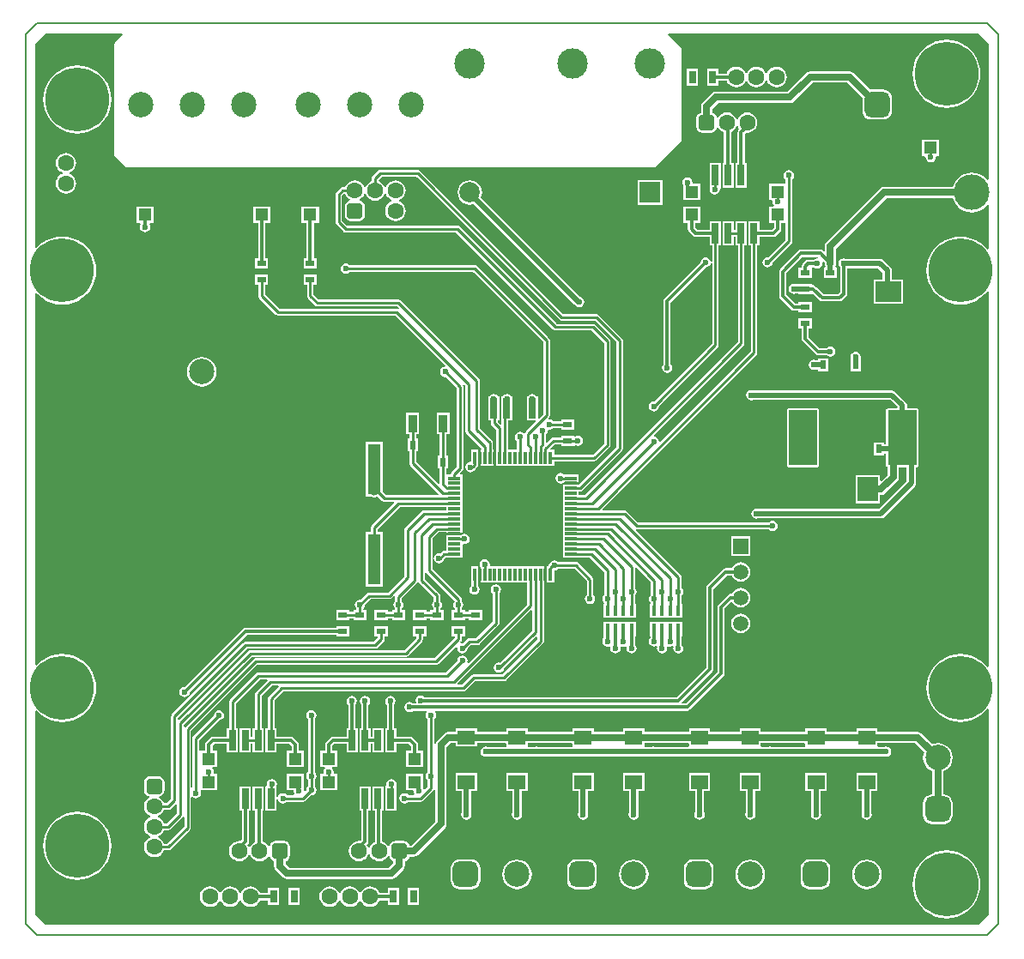
<source format=gtl>
G04*
G04 #@! TF.GenerationSoftware,Altium Limited,Altium Designer,22.5.1 (42)*
G04*
G04 Layer_Physical_Order=1*
G04 Layer_Color=255*
%FSLAX44Y44*%
%MOMM*%
G71*
G04*
G04 #@! TF.SameCoordinates,C65D4A69-D674-4943-BDF1-1C6FB35B3B05*
G04*
G04*
G04 #@! TF.FilePolarity,Positive*
G04*
G01*
G75*
%ADD10C,0.2000*%
%ADD12C,0.2500*%
%ADD15R,2.0000X2.4000*%
%ADD16R,0.9000X0.6000*%
%ADD17R,0.6000X0.9000*%
%ADD18R,0.9000X1.7000*%
%ADD19R,1.7000X1.4000*%
%ADD20R,0.4000X1.0000*%
%ADD21R,0.7000X1.3000*%
%ADD22R,1.3000X1.2000*%
%ADD23R,0.7000X2.0000*%
%ADD24R,1.2000X0.3000*%
%ADD25R,1.3000X5.0000*%
%ADD26R,0.3000X1.2000*%
%ADD27R,2.5000X2.0000*%
%ADD56C,0.3000*%
%ADD57C,0.5000*%
%ADD58C,0.7000*%
%ADD59C,2.5000*%
G04:AMPARAMS|DCode=60|XSize=2.5mm|YSize=2.5mm|CornerRadius=0.625mm|HoleSize=0mm|Usage=FLASHONLY|Rotation=0.000|XOffset=0mm|YOffset=0mm|HoleType=Round|Shape=RoundedRectangle|*
%AMROUNDEDRECTD60*
21,1,2.5000,1.2500,0,0,0.0*
21,1,1.2500,2.5000,0,0,0.0*
1,1,1.2500,0.6250,-0.6250*
1,1,1.2500,-0.6250,-0.6250*
1,1,1.2500,-0.6250,0.6250*
1,1,1.2500,0.6250,0.6250*
%
%ADD60ROUNDEDRECTD60*%
G04:AMPARAMS|DCode=61|XSize=2.5mm|YSize=2.5mm|CornerRadius=0.625mm|HoleSize=0mm|Usage=FLASHONLY|Rotation=90.000|XOffset=0mm|YOffset=0mm|HoleType=Round|Shape=RoundedRectangle|*
%AMROUNDEDRECTD61*
21,1,2.5000,1.2500,0,0,90.0*
21,1,1.2500,2.5000,0,0,90.0*
1,1,1.2500,0.6250,0.6250*
1,1,1.2500,0.6250,-0.6250*
1,1,1.2500,-0.6250,-0.6250*
1,1,1.2500,-0.6250,0.6250*
%
%ADD61ROUNDEDRECTD61*%
%ADD62R,2.0000X2.0000*%
%ADD63C,3.0000*%
%ADD64C,2.0000*%
%ADD65C,1.6000*%
G04:AMPARAMS|DCode=66|XSize=1.6mm|YSize=1.6mm|CornerRadius=0.4mm|HoleSize=0mm|Usage=FLASHONLY|Rotation=180.000|XOffset=0mm|YOffset=0mm|HoleType=Round|Shape=RoundedRectangle|*
%AMROUNDEDRECTD66*
21,1,1.6000,0.8000,0,0,180.0*
21,1,0.8000,1.6000,0,0,180.0*
1,1,0.8000,-0.4000,0.4000*
1,1,0.8000,0.4000,0.4000*
1,1,0.8000,0.4000,-0.4000*
1,1,0.8000,-0.4000,-0.4000*
%
%ADD66ROUNDEDRECTD66*%
%ADD67C,1.5000*%
%ADD68R,1.5000X1.5000*%
%ADD69C,3.5000*%
G04:AMPARAMS|DCode=70|XSize=1.6mm|YSize=1.6mm|CornerRadius=0.4mm|HoleSize=0mm|Usage=FLASHONLY|Rotation=270.000|XOffset=0mm|YOffset=0mm|HoleType=Round|Shape=RoundedRectangle|*
%AMROUNDEDRECTD70*
21,1,1.6000,0.8000,0,0,270.0*
21,1,0.8000,1.6000,0,0,270.0*
1,1,0.8000,-0.4000,-0.4000*
1,1,0.8000,-0.4000,0.4000*
1,1,0.8000,0.4000,0.4000*
1,1,0.8000,0.4000,-0.4000*
%
%ADD70ROUNDEDRECTD70*%
%ADD71C,1.3000*%
%ADD72C,6.3000*%
%ADD73C,0.6000*%
G36*
X950000Y880000D02*
Y745726D01*
X948730Y745272D01*
X947430Y746855D01*
X944461Y749292D01*
X941073Y751103D01*
X937398Y752218D01*
X933575Y752594D01*
X929752Y752218D01*
X926077Y751103D01*
X922689Y749292D01*
X919720Y746855D01*
X917283Y743886D01*
X915472Y740498D01*
X914899Y738608D01*
X847000D01*
X844854Y738181D01*
X843035Y736965D01*
X790035Y683965D01*
X788819Y682146D01*
X788392Y680000D01*
Y675314D01*
X787219Y674828D01*
X786523Y675523D01*
X785366Y676297D01*
X784000Y676569D01*
X765000D01*
X763634Y676297D01*
X762477Y675523D01*
X744477Y657523D01*
X743703Y656366D01*
X743431Y655000D01*
Y631000D01*
X743703Y629634D01*
X744477Y628477D01*
X755477Y617477D01*
X756634Y616703D01*
X758000Y616431D01*
X762500D01*
Y615000D01*
X775500D01*
Y625000D01*
X762500D01*
Y623569D01*
X759478D01*
X750569Y632478D01*
Y653522D01*
X766478Y669431D01*
X781736D01*
X781861Y669221D01*
X781061Y668086D01*
X781000Y668098D01*
X779049Y667710D01*
X777395Y666605D01*
X777243Y666377D01*
X771800D01*
X770434Y666106D01*
X769276Y665332D01*
X766477Y662533D01*
X765703Y661375D01*
X765431Y660009D01*
Y659000D01*
X762500D01*
Y649000D01*
X775500D01*
Y659000D01*
X776671Y659240D01*
X777627D01*
X779049Y658290D01*
X781000Y657902D01*
X782951Y658290D01*
X784605Y659395D01*
X785710Y661049D01*
X786098Y663000D01*
X785835Y664322D01*
X787005Y664948D01*
X788392Y663561D01*
Y663000D01*
X788819Y660854D01*
X789209Y660270D01*
X788747Y659000D01*
X787500D01*
Y649000D01*
X800500D01*
Y659000D01*
X799253D01*
X798791Y660270D01*
X799181Y660854D01*
X799608Y663000D01*
Y677677D01*
X849323Y727392D01*
X914899D01*
X915472Y725502D01*
X917283Y722114D01*
X919720Y719145D01*
X922689Y716708D01*
X926077Y714897D01*
X929752Y713782D01*
X933575Y713406D01*
X937398Y713782D01*
X941073Y714897D01*
X944461Y716708D01*
X947430Y719145D01*
X948730Y720728D01*
X950000Y720274D01*
Y677125D01*
X948730Y676657D01*
X946078Y679761D01*
X942069Y683186D01*
X937573Y685941D01*
X932701Y687959D01*
X927574Y689190D01*
X922317Y689604D01*
X917060Y689190D01*
X911933Y687959D01*
X907061Y685941D01*
X902566Y683186D01*
X898556Y679761D01*
X895131Y675752D01*
X892376Y671256D01*
X890358Y666384D01*
X889127Y661257D01*
X888714Y656000D01*
X889127Y650743D01*
X890358Y645616D01*
X892376Y640744D01*
X895131Y636248D01*
X898556Y632239D01*
X902566Y628814D01*
X907061Y626059D01*
X911933Y624041D01*
X917060Y622810D01*
X922317Y622396D01*
X927574Y622810D01*
X932701Y624041D01*
X937573Y626059D01*
X942069Y628814D01*
X946078Y632239D01*
X948730Y635343D01*
X950000Y634875D01*
Y265125D01*
X948730Y264657D01*
X946078Y267761D01*
X942069Y271186D01*
X937573Y273941D01*
X932701Y275959D01*
X927574Y277190D01*
X922317Y277604D01*
X917060Y277190D01*
X911933Y275959D01*
X907061Y273941D01*
X902566Y271186D01*
X898556Y267761D01*
X895131Y263752D01*
X892376Y259256D01*
X890358Y254384D01*
X889127Y249257D01*
X888714Y244000D01*
X889127Y238743D01*
X890358Y233616D01*
X892376Y228744D01*
X895131Y224248D01*
X898556Y220239D01*
X902566Y216814D01*
X907061Y214059D01*
X911933Y212041D01*
X917060Y210810D01*
X922317Y210396D01*
X927574Y210810D01*
X932701Y212041D01*
X937573Y214059D01*
X942069Y216814D01*
X946078Y220239D01*
X948730Y223343D01*
X950000Y222875D01*
Y20000D01*
X940000Y10000D01*
X20000D01*
X10000Y20000D01*
Y221397D01*
X11192Y221836D01*
X12556Y220239D01*
X16565Y216814D01*
X21061Y214059D01*
X25933Y212041D01*
X31060Y210810D01*
X36317Y210396D01*
X41574Y210810D01*
X46701Y212041D01*
X51573Y214059D01*
X56069Y216814D01*
X60078Y220239D01*
X63503Y224248D01*
X66258Y228744D01*
X68276Y233616D01*
X69507Y238743D01*
X69921Y244000D01*
X69507Y249257D01*
X68276Y254384D01*
X66258Y259256D01*
X63503Y263752D01*
X60078Y267761D01*
X56069Y271186D01*
X51573Y273941D01*
X46701Y275959D01*
X41574Y277190D01*
X36317Y277604D01*
X31060Y277190D01*
X25933Y275959D01*
X21061Y273941D01*
X16565Y271186D01*
X12556Y267761D01*
X11192Y266164D01*
X10000Y266604D01*
Y633396D01*
X11192Y633836D01*
X12556Y632239D01*
X16565Y628814D01*
X21061Y626059D01*
X25933Y624041D01*
X31060Y622810D01*
X36317Y622396D01*
X41574Y622810D01*
X46701Y624041D01*
X51573Y626059D01*
X56069Y628814D01*
X60078Y632239D01*
X63503Y636248D01*
X66258Y640744D01*
X68276Y645616D01*
X69507Y650743D01*
X69921Y656000D01*
X69507Y661257D01*
X68276Y666384D01*
X66258Y671256D01*
X63503Y675752D01*
X60078Y679761D01*
X56069Y683186D01*
X51573Y685941D01*
X46701Y687959D01*
X41574Y689190D01*
X36317Y689604D01*
X31060Y689190D01*
X25933Y687959D01*
X21061Y685941D01*
X16565Y683186D01*
X12556Y679761D01*
X11192Y678164D01*
X10000Y678604D01*
Y880000D01*
X20000Y890000D01*
X95457D01*
X95943Y888827D01*
X88558Y881442D01*
X88116Y880780D01*
X87961Y880000D01*
Y770000D01*
X88116Y769220D01*
X88558Y768558D01*
X88558Y768558D01*
X98558Y758558D01*
X99220Y758116D01*
X100000Y757961D01*
X620000Y757961D01*
X620000Y757961D01*
X620780Y758116D01*
X621442Y758558D01*
X621442Y758558D01*
X646442Y783558D01*
X646884Y784220D01*
X647039Y785000D01*
X647039Y875000D01*
X646884Y875780D01*
X646442Y876442D01*
X646442Y876442D01*
X634057Y888827D01*
X634543Y890000D01*
X940000D01*
X950000Y880000D01*
D02*
G37*
%LPC*%
G36*
X741000Y857086D02*
X738390Y856743D01*
X735957Y855735D01*
X733868Y854132D01*
X732265Y852043D01*
X731687Y850648D01*
X730313D01*
X729735Y852043D01*
X728132Y854132D01*
X726043Y855735D01*
X723611Y856743D01*
X721000Y857086D01*
X718390Y856743D01*
X715957Y855735D01*
X713868Y854132D01*
X712265Y852043D01*
X711687Y850648D01*
X710313D01*
X709735Y852043D01*
X708132Y854132D01*
X706043Y855735D01*
X703611Y856743D01*
X701000Y857086D01*
X698390Y856743D01*
X695957Y855735D01*
X693868Y854132D01*
X692265Y852043D01*
X691654Y850569D01*
X683500D01*
Y855500D01*
X672500D01*
Y838500D01*
X683500D01*
Y843431D01*
X691654D01*
X692265Y841957D01*
X693868Y839868D01*
X695957Y838265D01*
X698390Y837257D01*
X701000Y836914D01*
X703611Y837257D01*
X706043Y838265D01*
X708132Y839868D01*
X709735Y841957D01*
X710313Y843352D01*
X711687D01*
X712265Y841957D01*
X713868Y839868D01*
X715957Y838265D01*
X718390Y837257D01*
X721000Y836914D01*
X723611Y837257D01*
X726043Y838265D01*
X728132Y839868D01*
X729735Y841957D01*
X730313Y843352D01*
X731687D01*
X732265Y841957D01*
X733868Y839868D01*
X735957Y838265D01*
X738390Y837257D01*
X741000Y836914D01*
X743611Y837257D01*
X746043Y838265D01*
X748132Y839868D01*
X749735Y841957D01*
X750743Y844389D01*
X751086Y847000D01*
X750743Y849611D01*
X749735Y852043D01*
X748132Y854132D01*
X746043Y855735D01*
X743611Y856743D01*
X741000Y857086D01*
D02*
G37*
G36*
X663500Y855500D02*
X652500D01*
Y838500D01*
X663500D01*
Y855500D01*
D02*
G37*
G36*
X908600Y883704D02*
X903343Y883290D01*
X898216Y882059D01*
X893344Y880041D01*
X888848Y877286D01*
X884839Y873861D01*
X881414Y869852D01*
X878659Y865356D01*
X876641Y860484D01*
X875410Y855357D01*
X874996Y850100D01*
X875410Y844843D01*
X876641Y839716D01*
X878659Y834844D01*
X881414Y830348D01*
X884839Y826339D01*
X888848Y822914D01*
X893344Y820159D01*
X898216Y818141D01*
X903343Y816910D01*
X908600Y816497D01*
X913857Y816910D01*
X918984Y818141D01*
X923856Y820159D01*
X928352Y822914D01*
X932361Y826339D01*
X935786Y830348D01*
X938541Y834844D01*
X940559Y839716D01*
X941790Y844843D01*
X942204Y850100D01*
X941790Y855357D01*
X940559Y860484D01*
X938541Y865356D01*
X935786Y869852D01*
X932361Y873861D01*
X928352Y877286D01*
X923856Y880041D01*
X918984Y882059D01*
X913857Y883290D01*
X908600Y883704D01*
D02*
G37*
G36*
X813000Y852608D02*
X774000D01*
X771854Y852181D01*
X770035Y850965D01*
X751677Y832608D01*
X681000D01*
X678854Y832181D01*
X677035Y830965D01*
X668035Y821965D01*
X666819Y820146D01*
X666392Y818000D01*
Y811797D01*
X665659Y811651D01*
X663674Y810325D01*
X662348Y808340D01*
X661882Y805999D01*
Y797999D01*
X662348Y795658D01*
X663674Y793674D01*
X665659Y792347D01*
X668000Y791882D01*
X676000D01*
X678341Y792347D01*
X680326Y793674D01*
X681652Y795658D01*
X681904Y796924D01*
X683224Y797054D01*
X683265Y796956D01*
X684868Y794867D01*
X686957Y793264D01*
X689081Y792384D01*
Y762000D01*
X687800D01*
Y738000D01*
X698800D01*
Y762000D01*
X696219D01*
Y792923D01*
X697043Y793264D01*
X699132Y794867D01*
X700735Y796956D01*
X701313Y798351D01*
X702687D01*
X703265Y796956D01*
X704204Y795732D01*
X703477Y795005D01*
X702703Y793847D01*
X702431Y792482D01*
Y762000D01*
X700500D01*
Y738000D01*
X711500D01*
Y762000D01*
X709569D01*
Y791003D01*
X710655Y792090D01*
X712000Y791913D01*
X714611Y792257D01*
X717043Y793264D01*
X719132Y794867D01*
X720735Y796956D01*
X721743Y799389D01*
X722086Y801999D01*
X721743Y804610D01*
X720735Y807042D01*
X719132Y809131D01*
X717043Y810734D01*
X714611Y811742D01*
X712000Y812086D01*
X709389Y811742D01*
X706957Y810734D01*
X704868Y809131D01*
X703265Y807042D01*
X702687Y805648D01*
X701313D01*
X700735Y807042D01*
X699132Y809131D01*
X697043Y810734D01*
X694611Y811742D01*
X692000Y812086D01*
X689389Y811742D01*
X686957Y810734D01*
X684868Y809131D01*
X683265Y807042D01*
X683224Y806944D01*
X681904Y807075D01*
X681652Y808340D01*
X680326Y810325D01*
X678341Y811651D01*
X677608Y811797D01*
Y815677D01*
X683323Y821392D01*
X754000D01*
X756146Y821819D01*
X757965Y823035D01*
X776323Y841392D01*
X810677D01*
X825474Y826595D01*
X825429Y826250D01*
Y813750D01*
X825712Y811596D01*
X826544Y809589D01*
X827866Y807866D01*
X829589Y806544D01*
X831596Y805712D01*
X833750Y805429D01*
X846250D01*
X848404Y805712D01*
X850411Y806544D01*
X852134Y807866D01*
X853456Y809589D01*
X854288Y811596D01*
X854571Y813750D01*
Y826250D01*
X854288Y828404D01*
X853456Y830411D01*
X852134Y832134D01*
X850411Y833456D01*
X848404Y834288D01*
X846250Y834571D01*
X833750D01*
X833405Y834526D01*
X816965Y850965D01*
X815146Y852181D01*
X813000Y852608D01*
D02*
G37*
G36*
X51300Y858304D02*
X46043Y857890D01*
X40916Y856659D01*
X36044Y854641D01*
X31548Y851886D01*
X27539Y848461D01*
X24114Y844452D01*
X21359Y839956D01*
X19341Y835084D01*
X18110Y829957D01*
X17696Y824700D01*
X18110Y819443D01*
X19341Y814316D01*
X21359Y809444D01*
X24114Y804948D01*
X27539Y800939D01*
X31548Y797514D01*
X36044Y794759D01*
X40916Y792741D01*
X46043Y791510D01*
X51300Y791096D01*
X56557Y791510D01*
X61684Y792741D01*
X66556Y794759D01*
X71052Y797514D01*
X75061Y800939D01*
X78486Y804948D01*
X81241Y809444D01*
X83259Y814316D01*
X84490Y819443D01*
X84904Y824700D01*
X84490Y829957D01*
X83259Y835084D01*
X81241Y839956D01*
X78486Y844452D01*
X75061Y848461D01*
X71052Y851886D01*
X66556Y854641D01*
X61684Y856659D01*
X56557Y857890D01*
X51300Y858304D01*
D02*
G37*
G36*
X901500Y785250D02*
X884500D01*
Y769250D01*
X887150D01*
X887955Y768268D01*
X887902Y768000D01*
X888290Y766049D01*
X889395Y764395D01*
X891049Y763290D01*
X893000Y762902D01*
X894951Y763290D01*
X896605Y764395D01*
X897710Y766049D01*
X898098Y768000D01*
X898045Y768268D01*
X898850Y769250D01*
X901500D01*
Y785250D01*
D02*
G37*
G36*
X40000Y772086D02*
X37390Y771743D01*
X34957Y770735D01*
X32868Y769132D01*
X31265Y767043D01*
X30257Y764611D01*
X29914Y762000D01*
X30257Y759389D01*
X31265Y756957D01*
X32868Y754868D01*
X34957Y753265D01*
X36352Y752687D01*
Y751313D01*
X34957Y750735D01*
X32868Y749132D01*
X31265Y747043D01*
X30257Y744611D01*
X29914Y742000D01*
X30257Y739389D01*
X31265Y736957D01*
X32868Y734868D01*
X34957Y733265D01*
X37390Y732257D01*
X40000Y731914D01*
X42611Y732257D01*
X45043Y733265D01*
X47132Y734868D01*
X48735Y736957D01*
X49742Y739389D01*
X50086Y742000D01*
X49742Y744611D01*
X48735Y747043D01*
X47132Y749132D01*
X45043Y750735D01*
X43648Y751313D01*
Y752687D01*
X45043Y753265D01*
X47132Y754868D01*
X48735Y756957D01*
X49742Y759389D01*
X50086Y762000D01*
X49742Y764611D01*
X48735Y767043D01*
X47132Y769132D01*
X45043Y770735D01*
X42611Y771743D01*
X40000Y772086D01*
D02*
G37*
G36*
X686100Y762000D02*
X675100D01*
Y738000D01*
X675100Y738000D01*
X675100D01*
X675051Y736750D01*
X674902Y736000D01*
X675290Y734049D01*
X676395Y732395D01*
X678049Y731290D01*
X680000Y730902D01*
X681951Y731290D01*
X683605Y732395D01*
X684710Y734049D01*
X685098Y736000D01*
X684953Y736730D01*
X685995Y738000D01*
X686100D01*
Y762000D01*
D02*
G37*
G36*
X653000Y748098D02*
X651049Y747710D01*
X649395Y746605D01*
X648290Y744951D01*
X647902Y743000D01*
X648290Y741049D01*
X648500Y740735D01*
Y725750D01*
X665500D01*
Y741750D01*
X658850D01*
X658045Y742732D01*
X658098Y743000D01*
X657710Y744951D01*
X656605Y746605D01*
X654951Y747710D01*
X653000Y748098D01*
D02*
G37*
G36*
X628200Y745000D02*
X604200D01*
Y721000D01*
X628200D01*
Y745000D01*
D02*
G37*
G36*
X126476Y719000D02*
X109476D01*
Y703000D01*
X113132D01*
X113811Y701730D01*
X113290Y700951D01*
X112902Y699000D01*
X113290Y697049D01*
X114395Y695395D01*
X116049Y694290D01*
X118000Y693902D01*
X119951Y694290D01*
X121605Y695395D01*
X122710Y697049D01*
X123098Y699000D01*
X122710Y700951D01*
X122189Y701730D01*
X122868Y703000D01*
X126476D01*
Y719000D01*
D02*
G37*
G36*
X387000Y755314D02*
X350000D01*
X348732Y755061D01*
X347657Y754343D01*
X342657Y749343D01*
X341939Y748268D01*
X341686Y747000D01*
Y744451D01*
X339957Y743735D01*
X337868Y742132D01*
X336265Y740043D01*
X335687Y738648D01*
X334313D01*
X333735Y740043D01*
X332132Y742132D01*
X330043Y743735D01*
X327611Y744743D01*
X325000Y745086D01*
X322389Y744743D01*
X319957Y743735D01*
X317868Y742132D01*
X316265Y740043D01*
X315549Y738314D01*
X313000D01*
X311732Y738061D01*
X310657Y737343D01*
X306657Y733343D01*
X305939Y732268D01*
X305686Y731000D01*
Y704000D01*
X305939Y702732D01*
X306657Y701657D01*
X313657Y694657D01*
X314732Y693939D01*
X316000Y693686D01*
X424627D01*
X520600Y597714D01*
X521675Y596996D01*
X522943Y596744D01*
X558570D01*
X570686Y584627D01*
Y485373D01*
X559627Y474314D01*
X521500D01*
Y479000D01*
X518078D01*
X517592Y480173D01*
X522105Y484686D01*
X528500D01*
Y483000D01*
X541500D01*
Y483000D01*
X542602Y483589D01*
X543049Y483290D01*
X545000Y482902D01*
X546951Y483290D01*
X548605Y484395D01*
X549710Y486049D01*
X550098Y488000D01*
X549710Y489951D01*
X548605Y491605D01*
X546951Y492710D01*
X545000Y493098D01*
X543049Y492710D01*
X542602Y492411D01*
X541500Y493000D01*
Y493000D01*
X528500D01*
Y491314D01*
X520732D01*
X519464Y491061D01*
X518389Y490343D01*
X514487Y486441D01*
X513314Y486927D01*
Y494201D01*
X513605Y494395D01*
X514710Y496049D01*
X515098Y498000D01*
X516181Y499065D01*
X517000Y498902D01*
X518951Y499290D01*
X520605Y500395D01*
X520799Y500686D01*
X528500D01*
Y499000D01*
X541500D01*
Y509000D01*
X528500D01*
Y507314D01*
X520799D01*
X520605Y507605D01*
X518951Y508710D01*
X517000Y509098D01*
X516476Y508994D01*
X515850Y510164D01*
X516343Y510657D01*
X517061Y511732D01*
X517314Y513000D01*
Y587000D01*
X517061Y588268D01*
X516343Y589343D01*
X445343Y660343D01*
X444268Y661061D01*
X443000Y661314D01*
X319799D01*
X319605Y661605D01*
X317951Y662710D01*
X316000Y663098D01*
X314049Y662710D01*
X312395Y661605D01*
X311290Y659951D01*
X310902Y658000D01*
X311290Y656049D01*
X312395Y654395D01*
X314049Y653290D01*
X316000Y652902D01*
X317951Y653290D01*
X319605Y654395D01*
X319799Y654686D01*
X441628D01*
X510686Y585628D01*
Y514372D01*
X506573Y510260D01*
X505400Y510746D01*
Y532230D01*
X503855D01*
X503605Y532605D01*
X501951Y533710D01*
X500000Y534098D01*
X498049Y533710D01*
X496395Y532605D01*
X496145Y532230D01*
X494400D01*
Y508230D01*
X502884D01*
X503371Y507057D01*
X493657Y497343D01*
X492939Y496268D01*
X492843Y495788D01*
X492157Y495548D01*
X491479Y495439D01*
X489951Y496460D01*
X488000Y496848D01*
X486049Y496460D01*
X484395Y495355D01*
X483290Y493701D01*
X482902Y491750D01*
X483290Y489799D01*
X484395Y488145D01*
X484686Y487951D01*
Y479000D01*
X476314D01*
Y508230D01*
X480000D01*
Y528507D01*
X480098Y529000D01*
X480000Y529492D01*
Y532230D01*
X478855D01*
X478605Y532605D01*
X476951Y533710D01*
X475000Y534098D01*
X473049Y533710D01*
X471395Y532605D01*
X471145Y532230D01*
X469000D01*
Y508230D01*
X469686D01*
Y504659D01*
X468513Y504173D01*
X465814Y506872D01*
Y508230D01*
X467300D01*
Y532230D01*
X465855D01*
X465605Y532605D01*
X463951Y533710D01*
X462000Y534098D01*
X460049Y533710D01*
X458395Y532605D01*
X458145Y532230D01*
X456300D01*
Y508230D01*
X459186D01*
Y505500D01*
X459439Y504232D01*
X460157Y503157D01*
X464436Y498877D01*
Y471250D01*
X464500Y470930D01*
Y463000D01*
X521500D01*
Y467686D01*
X561000D01*
X562268Y467938D01*
X563343Y468657D01*
X576343Y481657D01*
X577061Y482732D01*
X577314Y484000D01*
Y586000D01*
X577061Y587268D01*
X576343Y588343D01*
X562286Y602400D01*
X561211Y603119D01*
X559943Y603371D01*
X524315D01*
X428343Y699343D01*
X427268Y700061D01*
X426000Y700314D01*
X317373D01*
X312314Y705373D01*
Y729628D01*
X314373Y731686D01*
X315549D01*
X316265Y729957D01*
X317868Y727868D01*
X319957Y726265D01*
X320055Y726224D01*
X319925Y724904D01*
X318659Y724652D01*
X316674Y723326D01*
X315348Y721341D01*
X314883Y719000D01*
Y711000D01*
X315348Y708659D01*
X316674Y706674D01*
X318659Y705348D01*
X321000Y704883D01*
X329000D01*
X331341Y705348D01*
X333326Y706674D01*
X334652Y708659D01*
X335117Y711000D01*
Y719000D01*
X334652Y721341D01*
X333326Y723326D01*
X331341Y724652D01*
X330075Y724904D01*
X329945Y726224D01*
X330043Y726265D01*
X332132Y727868D01*
X333735Y729957D01*
X334313Y731352D01*
X335687D01*
X336265Y729957D01*
X337868Y727868D01*
X339957Y726265D01*
X342389Y725257D01*
X345000Y724914D01*
X347611Y725257D01*
X350043Y726265D01*
X352132Y727868D01*
X353735Y729957D01*
X354313Y731352D01*
X355687D01*
X356265Y729957D01*
X357868Y727868D01*
X359957Y726265D01*
X361352Y725687D01*
Y724313D01*
X359957Y723735D01*
X357868Y722132D01*
X356265Y720043D01*
X355257Y717610D01*
X354914Y715000D01*
X355257Y712390D01*
X356265Y709957D01*
X357868Y707868D01*
X359957Y706265D01*
X362389Y705257D01*
X365000Y704914D01*
X367611Y705257D01*
X370043Y706265D01*
X372132Y707868D01*
X373735Y709957D01*
X374743Y712390D01*
X375086Y715000D01*
X374743Y717610D01*
X373735Y720043D01*
X372132Y722132D01*
X370043Y723735D01*
X368648Y724313D01*
Y725687D01*
X370043Y726265D01*
X372132Y727868D01*
X373735Y729957D01*
X374743Y732390D01*
X375086Y735000D01*
X374743Y737610D01*
X373735Y740043D01*
X372132Y742132D01*
X370043Y743735D01*
X367611Y744743D01*
X365000Y745086D01*
X362389Y744743D01*
X359957Y743735D01*
X357868Y742132D01*
X356265Y740043D01*
X355687Y738648D01*
X354313D01*
X353735Y740043D01*
X352132Y742132D01*
X350043Y743735D01*
X348314Y744451D01*
Y745628D01*
X351372Y748686D01*
X385628D01*
X526657Y607657D01*
X527732Y606939D01*
X529000Y606686D01*
X561628D01*
X582686Y585628D01*
Y481373D01*
X550657Y449343D01*
X545814Y444500D01*
X530000D01*
Y432500D01*
Y422500D01*
Y412500D01*
Y402500D01*
Y392500D01*
Y382500D01*
Y372500D01*
X546000D01*
Y372686D01*
X556628D01*
X570686Y358628D01*
Y335799D01*
X570395Y335605D01*
X569290Y333951D01*
X568902Y332000D01*
X569290Y330049D01*
X570395Y328395D01*
X570686Y328201D01*
Y327000D01*
X570000D01*
Y313000D01*
X576730D01*
X578000Y313000D01*
Y313000D01*
X578000D01*
Y313000D01*
X592730D01*
X594000Y313000D01*
Y313000D01*
X594000D01*
Y313000D01*
X602000D01*
Y327000D01*
X601314D01*
Y335201D01*
X601605Y335395D01*
X602710Y337049D01*
X603098Y339000D01*
X602710Y340951D01*
X601605Y342605D01*
X601314Y342799D01*
Y362204D01*
X602584Y362730D01*
X616686Y348627D01*
Y335799D01*
X616395Y335605D01*
X615290Y333951D01*
X614902Y332000D01*
X615290Y330049D01*
X616395Y328395D01*
X616686Y328201D01*
Y327000D01*
X616000D01*
Y313000D01*
X622730D01*
X624000Y313000D01*
Y313000D01*
X624000D01*
Y313000D01*
X638730D01*
X640000Y313000D01*
Y313000D01*
X640000D01*
Y313000D01*
X648000D01*
Y327000D01*
X647314D01*
Y335201D01*
X647605Y335395D01*
X648710Y337049D01*
X649098Y339000D01*
X648710Y340951D01*
X647605Y342605D01*
X647314Y342799D01*
Y353000D01*
X647061Y354268D01*
X646343Y355343D01*
X602120Y399567D01*
X602745Y400737D01*
X603000Y400686D01*
X733201D01*
X733395Y400395D01*
X735049Y399290D01*
X737000Y398902D01*
X738951Y399290D01*
X740605Y400395D01*
X741710Y402049D01*
X742098Y404000D01*
X741710Y405951D01*
X740605Y407605D01*
X738951Y408710D01*
X737000Y409098D01*
X735049Y408710D01*
X733395Y407605D01*
X733201Y407314D01*
X604373D01*
X593343Y418343D01*
X592268Y419061D01*
X591000Y419314D01*
X569659D01*
X569173Y420487D01*
X721043Y572357D01*
X721761Y573432D01*
X722014Y574700D01*
Y680850D01*
X724200D01*
Y689281D01*
X737850D01*
X739216Y689553D01*
X740373Y690327D01*
X744523Y694477D01*
X745297Y695634D01*
X745569Y697000D01*
Y703000D01*
X749686D01*
Y686373D01*
X732343Y669030D01*
X732000Y669098D01*
X730049Y668710D01*
X728395Y667605D01*
X727290Y665951D01*
X726902Y664000D01*
X727290Y662049D01*
X728395Y660395D01*
X730049Y659290D01*
X732000Y658902D01*
X733951Y659290D01*
X735605Y660395D01*
X736710Y662049D01*
X737098Y664000D01*
X737030Y664343D01*
X755343Y682657D01*
X756061Y683732D01*
X756314Y685000D01*
Y746201D01*
X756605Y746395D01*
X757710Y748049D01*
X758098Y750000D01*
X757710Y751951D01*
X756605Y753605D01*
X754951Y754710D01*
X753000Y755098D01*
X751049Y754710D01*
X749395Y753605D01*
X748290Y751951D01*
X747902Y750000D01*
X748290Y748049D01*
X749395Y746395D01*
X749686Y746201D01*
Y741750D01*
X733500D01*
Y725750D01*
X736249D01*
X737055Y724769D01*
X736902Y724000D01*
X737290Y722049D01*
X738395Y720395D01*
X738583Y720270D01*
X738197Y719000D01*
X733500D01*
Y703000D01*
X738431D01*
Y698478D01*
X736372Y696419D01*
X724200D01*
Y704850D01*
X713200D01*
Y680850D01*
X715386D01*
Y576073D01*
X626289Y486976D01*
X625002Y487484D01*
X624710Y488951D01*
X623605Y490605D01*
X621951Y491710D01*
X620484Y492002D01*
X619976Y493289D01*
X708343Y581657D01*
X709061Y582732D01*
X709314Y584000D01*
Y680850D01*
X711500D01*
Y704850D01*
X700500D01*
Y696164D01*
X698800D01*
Y704850D01*
X687800D01*
Y680850D01*
X698800D01*
Y689536D01*
X700500D01*
Y680850D01*
X702686D01*
Y585373D01*
X551628Y434314D01*
X546000D01*
Y437686D01*
X547000D01*
X548268Y437938D01*
X549343Y438657D01*
X555343Y444657D01*
X555343Y444657D01*
X588343Y477657D01*
X589061Y478732D01*
X589314Y480000D01*
Y587000D01*
X589061Y588268D01*
X588343Y589343D01*
X565343Y612343D01*
X564268Y613061D01*
X563000Y613314D01*
X530373D01*
X389343Y754343D01*
X388268Y755061D01*
X388058Y755103D01*
X387000Y755314D01*
D02*
G37*
G36*
X665500Y719000D02*
X648500D01*
Y703000D01*
X653431D01*
Y697000D01*
X653703Y695634D01*
X654477Y694477D01*
X658627Y690327D01*
X659784Y689553D01*
X661150Y689281D01*
X675100D01*
Y680850D01*
X677286D01*
Y664536D01*
X676016Y664411D01*
X675940Y664792D01*
X675710Y665951D01*
X674605Y667605D01*
X672951Y668710D01*
X671000Y669098D01*
X669049Y668710D01*
X667395Y667605D01*
X666290Y665951D01*
X665902Y664000D01*
X665911Y663957D01*
X630477Y628523D01*
X629703Y627366D01*
X629431Y626000D01*
Y563629D01*
X629395Y563605D01*
X628290Y561951D01*
X627902Y560000D01*
X628290Y558049D01*
X629395Y556395D01*
X631049Y555290D01*
X633000Y554902D01*
X634951Y555290D01*
X636605Y556395D01*
X637710Y558049D01*
X638098Y560000D01*
X637710Y561951D01*
X636605Y563605D01*
X636569Y563629D01*
Y624522D01*
X670957Y658911D01*
X671000Y658902D01*
X672951Y659290D01*
X674605Y660395D01*
X675710Y662049D01*
X675940Y663207D01*
X676016Y663589D01*
X677286Y663464D01*
Y583973D01*
X620343Y527030D01*
X620000Y527098D01*
X618049Y526710D01*
X616395Y525605D01*
X615290Y523951D01*
X614902Y522000D01*
X615290Y520049D01*
X616395Y518395D01*
X618049Y517290D01*
X620000Y516902D01*
X621951Y517290D01*
X623605Y518395D01*
X624710Y520049D01*
X625098Y522000D01*
X625030Y522343D01*
X682943Y580257D01*
X683661Y581332D01*
X683914Y582600D01*
Y680850D01*
X686100D01*
Y704850D01*
X675100D01*
Y696419D01*
X662628D01*
X660569Y698478D01*
Y703000D01*
X665500D01*
Y719000D01*
D02*
G37*
G36*
X289501Y719000D02*
X272501D01*
Y703000D01*
X277431D01*
Y668000D01*
X274500D01*
Y658000D01*
X287500D01*
Y668000D01*
X284569D01*
Y703000D01*
X289501D01*
Y719000D01*
D02*
G37*
G36*
X241500Y719000D02*
X224500D01*
Y703000D01*
X229431D01*
Y668000D01*
X226500D01*
Y658000D01*
X239500D01*
Y668000D01*
X236569D01*
Y703000D01*
X241500D01*
Y719000D01*
D02*
G37*
G36*
X807000Y668098D02*
X805049Y667710D01*
X803395Y666605D01*
X802290Y664951D01*
X801902Y663000D01*
X802290Y661049D01*
X803395Y659395D01*
X803431Y659371D01*
Y634478D01*
X801522Y632569D01*
X787478D01*
X780517Y639530D01*
X780517Y639530D01*
X779523Y640523D01*
X778366Y641297D01*
X777000Y641569D01*
X775500D01*
Y643000D01*
X762500D01*
Y642588D01*
X760133D01*
X759951Y642710D01*
X758000Y643098D01*
X756049Y642710D01*
X754395Y641605D01*
X753290Y639951D01*
X752902Y638000D01*
X753290Y636049D01*
X754395Y634395D01*
X756049Y633290D01*
X758000Y632902D01*
X759951Y633290D01*
X760133Y633412D01*
X762500D01*
Y633000D01*
X775500D01*
Y633000D01*
X776770Y633183D01*
X783477Y626477D01*
X784634Y625703D01*
X786000Y625431D01*
X803000D01*
X804366Y625703D01*
X805523Y626477D01*
X809523Y630477D01*
X810297Y631634D01*
X810569Y633000D01*
Y658412D01*
X841099D01*
X845412Y654100D01*
Y647000D01*
X836500D01*
Y623000D01*
X865500D01*
Y647000D01*
X854588D01*
Y656000D01*
X854239Y657756D01*
X853244Y659244D01*
X846244Y666244D01*
X844756Y667239D01*
X843000Y667588D01*
X809133D01*
X808951Y667710D01*
X807000Y668098D01*
D02*
G37*
G36*
X438400Y745104D02*
X435267Y744691D01*
X432348Y743482D01*
X429841Y741559D01*
X427918Y739052D01*
X426709Y736133D01*
X426297Y733000D01*
X426709Y729867D01*
X427918Y726948D01*
X429841Y724442D01*
X432348Y722518D01*
X435267Y721309D01*
X438400Y720896D01*
X441533Y721309D01*
X442713Y721798D01*
X541697Y622814D01*
X542645Y621395D01*
X544299Y620290D01*
X546250Y619902D01*
X548201Y620290D01*
X549855Y621395D01*
X550960Y623049D01*
X551348Y625000D01*
X550960Y626951D01*
X549855Y628605D01*
X548201Y629710D01*
X547674Y629815D01*
X449368Y728121D01*
X450091Y729867D01*
X450504Y733000D01*
X450091Y736133D01*
X448882Y739052D01*
X446959Y741559D01*
X444452Y743482D01*
X441533Y744691D01*
X438400Y745104D01*
D02*
G37*
G36*
X287500Y652000D02*
X274500D01*
Y642000D01*
X277686D01*
Y631000D01*
X277939Y629732D01*
X278657Y628657D01*
X285657Y621657D01*
X286732Y620939D01*
X288000Y620686D01*
X366628D01*
X368645Y618669D01*
X367836Y617682D01*
X367268Y618061D01*
X366000Y618314D01*
X250373D01*
X236314Y632373D01*
Y642000D01*
X239500D01*
Y652000D01*
X226500D01*
Y642000D01*
X229686D01*
Y631000D01*
X229939Y629732D01*
X230657Y628657D01*
X246657Y612657D01*
X247732Y611939D01*
X249000Y611686D01*
X364627D01*
X414024Y562290D01*
X413516Y561002D01*
X412049Y560710D01*
X410395Y559605D01*
X409290Y557951D01*
X408902Y556000D01*
X409290Y554049D01*
X410395Y552395D01*
X412049Y551290D01*
X414000Y550902D01*
X414343Y550970D01*
X425686Y539627D01*
Y462373D01*
X420657Y457343D01*
X419939Y456268D01*
X419686Y455000D01*
Y454500D01*
X415314D01*
Y460500D01*
X417000D01*
Y473500D01*
X415314D01*
Y490000D01*
Y494500D01*
X418500D01*
Y515500D01*
X405500D01*
Y494500D01*
X408686D01*
Y490000D01*
Y473500D01*
X407000D01*
Y460500D01*
X408686D01*
Y445796D01*
X407416Y445270D01*
X385314Y467373D01*
Y477500D01*
X387000D01*
Y490500D01*
X385314D01*
Y494500D01*
X388500D01*
Y515500D01*
X375500D01*
Y494500D01*
X378686D01*
Y490500D01*
X377000D01*
Y477500D01*
X378686D01*
Y466000D01*
X378939Y464732D01*
X379657Y463657D01*
X407827Y435487D01*
X407341Y434314D01*
X355773D01*
X352500Y437586D01*
Y440243D01*
X352573Y440800D01*
X352500Y441357D01*
Y486900D01*
X335500D01*
Y441357D01*
X335427Y440800D01*
X335500Y440243D01*
Y432900D01*
X340861D01*
X341781Y432519D01*
X344000Y432227D01*
X346219Y432519D01*
X347139Y432900D01*
X347814D01*
X352057Y428657D01*
X353132Y427938D01*
X354400Y427686D01*
X363341D01*
X363827Y426513D01*
X341657Y404343D01*
X340939Y403268D01*
X340686Y402000D01*
Y398000D01*
X335500D01*
Y390557D01*
X335427Y390000D01*
X335500Y389443D01*
Y344000D01*
X352500D01*
Y389443D01*
X352573Y390000D01*
X352500Y390557D01*
Y398000D01*
X347314D01*
Y400628D01*
X369373Y422686D01*
X415000D01*
Y419314D01*
X393000D01*
X391732Y419061D01*
X390657Y418343D01*
X374657Y402343D01*
X373939Y401268D01*
X373686Y400000D01*
Y354373D01*
X357627Y338314D01*
X339000D01*
X337732Y338061D01*
X336657Y337343D01*
X330343Y331030D01*
X330000Y331098D01*
X328049Y330710D01*
X326395Y329605D01*
X325290Y327951D01*
X324902Y326000D01*
X325290Y324049D01*
X326395Y322395D01*
X326686Y322201D01*
Y321000D01*
X323500D01*
Y319314D01*
X319500D01*
Y321000D01*
X306500D01*
Y311000D01*
X319500D01*
Y312686D01*
X323500D01*
Y311000D01*
X336500D01*
Y321000D01*
X333314D01*
Y322201D01*
X333605Y322395D01*
X334710Y324049D01*
X335098Y326000D01*
X335030Y326343D01*
X340373Y331686D01*
X359000D01*
X360268Y331939D01*
X361343Y332657D01*
X363567Y334880D01*
X364737Y334255D01*
X364686Y334000D01*
Y329799D01*
X364395Y329605D01*
X363290Y327951D01*
X362902Y326000D01*
X363290Y324049D01*
X364395Y322395D01*
X364686Y322201D01*
Y321000D01*
X361500D01*
Y319314D01*
X357500D01*
Y321000D01*
X344500D01*
Y311000D01*
X357500D01*
Y312686D01*
X361500D01*
Y311000D01*
X374500D01*
Y321000D01*
X371314D01*
Y322201D01*
X371605Y322395D01*
X372710Y324049D01*
X373098Y326000D01*
X372710Y327951D01*
X371605Y329605D01*
X371314Y329799D01*
Y332627D01*
X386343Y347657D01*
X386794Y348332D01*
X386915Y348374D01*
X388114Y348364D01*
X388206Y348332D01*
X388657Y347657D01*
X402527Y333787D01*
Y329693D01*
X402395Y329605D01*
X401290Y327951D01*
X400902Y326000D01*
X401290Y324049D01*
X402395Y322395D01*
X402527Y322307D01*
Y321000D01*
X399341D01*
Y319314D01*
X395340D01*
Y321000D01*
X382341D01*
Y311000D01*
X395340D01*
Y312686D01*
X399341D01*
Y311000D01*
X412340D01*
Y321000D01*
X409668D01*
X409417Y322270D01*
X409605Y322395D01*
X410710Y324049D01*
X411098Y326000D01*
X410710Y327951D01*
X409605Y329605D01*
X409154Y329906D01*
Y335160D01*
X408902Y336428D01*
X408184Y337503D01*
X394314Y351373D01*
Y357381D01*
X395584Y357766D01*
X395657Y357657D01*
X423423Y329891D01*
X423395Y329605D01*
X422290Y327951D01*
X421902Y326000D01*
X422290Y324049D01*
X423395Y322395D01*
X423686Y322201D01*
Y321000D01*
X420500D01*
Y311000D01*
X433500D01*
Y312686D01*
X437500D01*
Y311000D01*
X450500D01*
Y321000D01*
X437500D01*
Y319314D01*
X433500D01*
Y321000D01*
X430314D01*
Y322201D01*
X430605Y322395D01*
X431710Y324049D01*
X432098Y326000D01*
X431710Y327951D01*
X430605Y329605D01*
X430314Y329799D01*
Y331000D01*
X430061Y332268D01*
X429343Y333343D01*
X401314Y361373D01*
Y391627D01*
X407373Y397686D01*
X415000D01*
Y397500D01*
X431000D01*
Y402500D01*
Y412500D01*
Y422500D01*
Y432500D01*
Y442500D01*
Y454500D01*
X428845D01*
X428359Y455673D01*
X431343Y458657D01*
X432061Y459732D01*
X432314Y461000D01*
Y541000D01*
X432061Y542268D01*
X431682Y542835D01*
X432669Y543645D01*
X433686Y542627D01*
Y498000D01*
X433939Y496732D01*
X434657Y495657D01*
X449686Y480627D01*
Y479000D01*
X449500D01*
Y463000D01*
X461500D01*
Y479000D01*
X461314D01*
Y486000D01*
X461062Y487268D01*
X460343Y488343D01*
X448314Y500373D01*
Y547000D01*
X448061Y548268D01*
X447343Y549343D01*
X370343Y626343D01*
X369268Y627061D01*
X368000Y627314D01*
X289373D01*
X284314Y632373D01*
Y642000D01*
X287500D01*
Y652000D01*
D02*
G37*
G36*
X775500Y609000D02*
X762500D01*
Y599000D01*
X765431D01*
Y589000D01*
X765703Y587634D01*
X766477Y586477D01*
X779477Y573477D01*
X780634Y572703D01*
X782000Y572431D01*
X790371D01*
X790395Y572395D01*
X792049Y571290D01*
X794000Y570902D01*
X795951Y571290D01*
X797605Y572395D01*
X798710Y574049D01*
X799098Y576000D01*
X798710Y577951D01*
X797605Y579605D01*
X795951Y580710D01*
X794000Y581098D01*
X792049Y580710D01*
X790395Y579605D01*
X790371Y579569D01*
X783478D01*
X772569Y590478D01*
Y599000D01*
X775500D01*
Y609000D01*
D02*
G37*
G36*
X792000Y569500D02*
X782000D01*
Y567588D01*
X780133D01*
X779951Y567710D01*
X778000Y568098D01*
X776049Y567710D01*
X774395Y566605D01*
X773290Y564951D01*
X772902Y563000D01*
X773290Y561049D01*
X774395Y559395D01*
X776049Y558290D01*
X778000Y557902D01*
X779951Y558290D01*
X780133Y558412D01*
X782000D01*
Y556500D01*
X792000D01*
Y569500D01*
D02*
G37*
G36*
X819000Y576098D02*
X817049Y575710D01*
X815395Y574605D01*
X814290Y572951D01*
X813902Y571000D01*
X814161Y569697D01*
X814000Y569500D01*
X814000D01*
Y556500D01*
X824000D01*
Y569500D01*
X824000D01*
X823839Y569697D01*
X824098Y571000D01*
X823710Y572951D01*
X822605Y574605D01*
X820951Y575710D01*
X819000Y576098D01*
D02*
G37*
G36*
X174000Y570625D02*
X170215Y570127D01*
X166687Y568666D01*
X163659Y566342D01*
X161334Y563313D01*
X159873Y559785D01*
X159375Y556000D01*
X159873Y552215D01*
X161334Y548687D01*
X163659Y545658D01*
X166687Y543334D01*
X170215Y541873D01*
X174000Y541375D01*
X177785Y541873D01*
X181313Y543334D01*
X184342Y545658D01*
X186666Y548687D01*
X188127Y552215D01*
X188625Y556000D01*
X188127Y559785D01*
X186666Y563313D01*
X184342Y566342D01*
X181313Y568666D01*
X177785Y570127D01*
X174000Y570625D01*
D02*
G37*
G36*
X716000Y538098D02*
X714049Y537710D01*
X712395Y536605D01*
X711290Y534951D01*
X710902Y533000D01*
X711290Y531049D01*
X712395Y529395D01*
X714049Y528290D01*
X716000Y527902D01*
X717951Y528290D01*
X718133Y528412D01*
X853100D01*
X860199Y521312D01*
X859898Y520042D01*
X851003D01*
X850223Y519887D01*
X849561Y519445D01*
X849119Y518784D01*
X848964Y518003D01*
Y484588D01*
X847000D01*
Y486500D01*
X837000D01*
Y473500D01*
X847000D01*
Y475412D01*
X848964D01*
Y464003D01*
X849119Y463223D01*
X849561Y462561D01*
X850223Y462119D01*
X850392Y462086D01*
Y454323D01*
X844173Y448104D01*
X843000Y448590D01*
Y454000D01*
X819000D01*
Y426000D01*
X843000D01*
Y434392D01*
X844000D01*
X846146Y434819D01*
X847965Y436035D01*
X859965Y448035D01*
X861181Y449854D01*
X861608Y452000D01*
Y461964D01*
X869412D01*
Y447901D01*
X842100Y420588D01*
X723133D01*
X722951Y420710D01*
X721000Y421098D01*
X719049Y420710D01*
X717395Y419605D01*
X716290Y417951D01*
X715902Y416000D01*
X716290Y414049D01*
X717395Y412395D01*
X719049Y411290D01*
X721000Y410902D01*
X722951Y411290D01*
X723133Y411412D01*
X844000D01*
X845756Y411761D01*
X847244Y412756D01*
X877244Y442756D01*
X878239Y444244D01*
X878588Y446000D01*
Y461964D01*
X879003D01*
X879784Y462119D01*
X880445Y462561D01*
X880887Y463223D01*
X881042Y464003D01*
Y518003D01*
X880887Y518784D01*
X880445Y519445D01*
X879784Y519887D01*
X879003Y520042D01*
X869588D01*
Y523000D01*
X869239Y524756D01*
X868244Y526244D01*
X858244Y536244D01*
X856756Y537239D01*
X855000Y537588D01*
X718133D01*
X717951Y537710D01*
X716000Y538098D01*
D02*
G37*
G36*
X781000Y520039D02*
X753000D01*
X752220Y519884D01*
X751558Y519442D01*
X751116Y518780D01*
X750961Y518000D01*
Y464000D01*
X751116Y463220D01*
X751558Y462558D01*
X752220Y462116D01*
X753000Y461961D01*
X781000D01*
X781780Y462116D01*
X782442Y462558D01*
X782884Y463220D01*
X783039Y464000D01*
Y518000D01*
X782884Y518780D01*
X782442Y519442D01*
X781780Y519884D01*
X781000Y520039D01*
D02*
G37*
G36*
X446500Y479000D02*
X439500D01*
Y467508D01*
X439000Y467098D01*
X437049Y466710D01*
X435395Y465605D01*
X434290Y463951D01*
X433902Y462000D01*
X434290Y460049D01*
X435395Y458395D01*
X437049Y457290D01*
X439000Y456902D01*
X440951Y457290D01*
X442605Y458395D01*
X443710Y460049D01*
X443727Y460136D01*
X444013Y460327D01*
X445343Y461657D01*
X446061Y462732D01*
X446115Y463000D01*
X446500D01*
Y479000D01*
D02*
G37*
G36*
X528000Y456098D02*
X526049Y455710D01*
X524395Y454605D01*
X523290Y452951D01*
X522902Y451000D01*
X523290Y449049D01*
X524395Y447395D01*
X526049Y446290D01*
X528000Y445902D01*
X529951Y446290D01*
X531605Y447395D01*
X531675Y447500D01*
X546000D01*
Y454500D01*
X531675D01*
X531605Y454605D01*
X529951Y455710D01*
X528000Y456098D01*
D02*
G37*
G36*
X433000Y396098D02*
X431049Y395710D01*
X429395Y394605D01*
X429325Y394500D01*
X415000D01*
Y387500D01*
Y379314D01*
X412947D01*
X411679Y379061D01*
X410604Y378343D01*
X409133Y376872D01*
X408000Y377098D01*
X406049Y376710D01*
X404395Y375605D01*
X403290Y373951D01*
X402902Y372000D01*
X403290Y370049D01*
X404395Y368395D01*
X406049Y367290D01*
X408000Y366902D01*
X409951Y367290D01*
X411605Y368395D01*
X412710Y370049D01*
X412965Y371332D01*
X413848Y372215D01*
X415000Y372500D01*
X415000Y372500D01*
Y372500D01*
X415000Y372500D01*
X431000D01*
Y385005D01*
X432270Y386047D01*
X433000Y385902D01*
X434951Y386290D01*
X436605Y387395D01*
X437710Y389049D01*
X438098Y391000D01*
X437710Y392951D01*
X436605Y394605D01*
X434951Y395710D01*
X433000Y396098D01*
D02*
G37*
G36*
X715260Y393450D02*
X696260D01*
Y374450D01*
X715260D01*
Y393450D01*
D02*
G37*
G36*
X705760Y368132D02*
X703280Y367805D01*
X700969Y366848D01*
X698985Y365325D01*
X697462Y363341D01*
X696956Y362118D01*
X690550D01*
X689184Y361847D01*
X688026Y361073D01*
X672477Y345523D01*
X671703Y344366D01*
X671431Y343000D01*
Y264478D01*
X642022Y235069D01*
X393629D01*
X393605Y235105D01*
X391951Y236210D01*
X390000Y236598D01*
X388049Y236210D01*
X386395Y235105D01*
X385290Y233451D01*
X384902Y231500D01*
X385233Y229839D01*
X384534Y228569D01*
X382629D01*
X382605Y228605D01*
X380951Y229710D01*
X379000Y230098D01*
X377049Y229710D01*
X375395Y228605D01*
X374290Y226951D01*
X373902Y225000D01*
X374290Y223049D01*
X375395Y221395D01*
X377049Y220290D01*
X379000Y219902D01*
X380951Y220290D01*
X382605Y221395D01*
X382629Y221431D01*
X395520D01*
X396099Y220161D01*
X395290Y218951D01*
X394902Y217000D01*
X395290Y215049D01*
X396395Y213395D01*
X396686Y213201D01*
Y160799D01*
X396395Y160605D01*
X395290Y158951D01*
X394902Y157000D01*
X395290Y155049D01*
X396395Y153395D01*
X396686Y153201D01*
Y146534D01*
X393939Y143786D01*
X392549Y144192D01*
X392500Y144265D01*
Y159250D01*
X375500D01*
Y143250D01*
X382150D01*
X382955Y142268D01*
X382902Y142000D01*
X383290Y140049D01*
X383601Y139584D01*
X382922Y138314D01*
X377799D01*
X377605Y138605D01*
X375951Y139710D01*
X374000Y140098D01*
X372049Y139710D01*
X370395Y138605D01*
X369290Y136951D01*
X368902Y135000D01*
X369290Y133049D01*
X370395Y131395D01*
X372049Y130290D01*
X374000Y129902D01*
X375951Y130290D01*
X377605Y131395D01*
X377799Y131686D01*
X389839D01*
X391107Y131939D01*
X392182Y132657D01*
X402343Y142818D01*
X403061Y143893D01*
X403122Y144199D01*
X404392Y144074D01*
Y112323D01*
X380677Y88608D01*
X378798D01*
X378652Y89342D01*
X377326Y91326D01*
X375341Y92653D01*
X373000Y93118D01*
X365000D01*
X362659Y92653D01*
X360674Y91326D01*
X359348Y89342D01*
X359096Y88076D01*
X357776Y87946D01*
X357735Y88044D01*
X356132Y90133D01*
X354043Y91736D01*
X351919Y92616D01*
Y123000D01*
X353200D01*
Y147000D01*
X342200D01*
Y123000D01*
X344781D01*
Y92077D01*
X343957Y91736D01*
X341868Y90133D01*
X340265Y88044D01*
X339687Y86649D01*
X338313D01*
X337735Y88044D01*
X336796Y89268D01*
X337523Y89995D01*
X338297Y91153D01*
X338569Y92518D01*
Y123000D01*
X340500D01*
Y147000D01*
X329500D01*
Y123000D01*
X331431D01*
Y93997D01*
X330345Y92910D01*
X329000Y93087D01*
X326390Y92743D01*
X323957Y91736D01*
X321868Y90133D01*
X320265Y88044D01*
X319257Y85611D01*
X318914Y83001D01*
X319257Y80390D01*
X320265Y77958D01*
X321868Y75869D01*
X323957Y74266D01*
X326390Y73258D01*
X329000Y72914D01*
X331610Y73258D01*
X334043Y74266D01*
X336132Y75869D01*
X337735Y77958D01*
X338313Y79352D01*
X339687D01*
X340265Y77958D01*
X341868Y75869D01*
X343957Y74266D01*
X346390Y73258D01*
X349000Y72914D01*
X351610Y73258D01*
X354043Y74266D01*
X356132Y75869D01*
X357735Y77958D01*
X357776Y78056D01*
X359096Y77926D01*
X359348Y76660D01*
X360674Y74675D01*
X362659Y73349D01*
X363140Y73253D01*
Y71070D01*
X358677Y66608D01*
X260323D01*
X256608Y70323D01*
Y73203D01*
X257341Y73349D01*
X259326Y74675D01*
X260652Y76660D01*
X261117Y79001D01*
Y87001D01*
X260652Y89342D01*
X259326Y91326D01*
X257341Y92653D01*
X255000Y93118D01*
X247000D01*
X244659Y92653D01*
X242674Y91326D01*
X241348Y89342D01*
X241096Y88076D01*
X239776Y87946D01*
X239735Y88044D01*
X238132Y90133D01*
X236043Y91736D01*
X233919Y92616D01*
Y123000D01*
X235200D01*
Y147000D01*
X224200D01*
Y123000D01*
X226781D01*
Y92077D01*
X225957Y91736D01*
X223868Y90133D01*
X222265Y88044D01*
X221687Y86649D01*
X220313D01*
X219735Y88044D01*
X218796Y89268D01*
X219523Y89995D01*
X220297Y91153D01*
X220569Y92518D01*
Y123000D01*
X222500D01*
Y147000D01*
X211500D01*
Y123000D01*
X213431D01*
Y93997D01*
X212345Y92910D01*
X211000Y93087D01*
X208389Y92743D01*
X205957Y91736D01*
X203868Y90133D01*
X202265Y88044D01*
X201257Y85611D01*
X200914Y83001D01*
X201257Y80390D01*
X202265Y77958D01*
X203868Y75869D01*
X205957Y74266D01*
X208389Y73258D01*
X211000Y72914D01*
X213610Y73258D01*
X216043Y74266D01*
X218132Y75869D01*
X219735Y77958D01*
X220313Y79352D01*
X221687D01*
X222265Y77958D01*
X223868Y75869D01*
X225957Y74266D01*
X228389Y73258D01*
X231000Y72914D01*
X233610Y73258D01*
X236043Y74266D01*
X238132Y75869D01*
X239735Y77958D01*
X239776Y78056D01*
X241096Y77926D01*
X241348Y76660D01*
X242674Y74675D01*
X244659Y73349D01*
X245392Y73203D01*
Y68000D01*
X245819Y65854D01*
X247035Y64035D01*
X254035Y57035D01*
X255854Y55819D01*
X258000Y55392D01*
X361000D01*
X363146Y55819D01*
X364965Y57035D01*
X372713Y64782D01*
X373928Y66601D01*
X374355Y68747D01*
Y73153D01*
X375341Y73349D01*
X377326Y74675D01*
X378652Y76660D01*
X378798Y77392D01*
X383000D01*
X385146Y77819D01*
X386965Y79035D01*
X413965Y106035D01*
X415181Y107854D01*
X415608Y110000D01*
Y185513D01*
X419487Y189392D01*
X424500D01*
Y186000D01*
X445500D01*
Y189392D01*
X473602D01*
X474500Y188494D01*
X474500Y186000D01*
X473401Y185588D01*
X456133D01*
X455951Y185710D01*
X454000Y186098D01*
X452049Y185710D01*
X450395Y184605D01*
X449290Y182951D01*
X448902Y181000D01*
X449290Y179049D01*
X450395Y177395D01*
X452049Y176290D01*
X454000Y175902D01*
X455951Y176290D01*
X456133Y176412D01*
X501867D01*
X502049Y176290D01*
X504000Y175902D01*
X505951Y176290D01*
X506133Y176412D01*
X566867D01*
X567049Y176290D01*
X569000Y175902D01*
X570951Y176290D01*
X571133Y176412D01*
X616867D01*
X617049Y176290D01*
X619000Y175902D01*
X620951Y176290D01*
X621133Y176412D01*
X681867D01*
X682049Y176290D01*
X684000Y175902D01*
X685951Y176290D01*
X686133Y176412D01*
X731867D01*
X732049Y176290D01*
X734000Y175902D01*
X735951Y176290D01*
X736133Y176412D01*
X796867D01*
X797049Y176290D01*
X799000Y175902D01*
X800951Y176290D01*
X801133Y176412D01*
X846867D01*
X847049Y176290D01*
X849000Y175902D01*
X850951Y176290D01*
X852605Y177395D01*
X853710Y179049D01*
X854098Y181000D01*
X853710Y182951D01*
X852605Y184605D01*
X850951Y185710D01*
X849000Y186098D01*
X847049Y185710D01*
X846867Y185588D01*
X841599D01*
X840500Y186000D01*
X840500Y186858D01*
Y189392D01*
X877677D01*
X886579Y180490D01*
X885873Y178785D01*
X885375Y175000D01*
X885873Y171215D01*
X887334Y167687D01*
X889659Y164659D01*
X892687Y162334D01*
X894392Y161628D01*
Y138771D01*
X893750D01*
X891596Y138488D01*
X889589Y137656D01*
X887866Y136334D01*
X886544Y134611D01*
X885712Y132604D01*
X885429Y130450D01*
Y117950D01*
X885712Y115796D01*
X886544Y113789D01*
X887866Y112066D01*
X889589Y110744D01*
X891596Y109912D01*
X893750Y109629D01*
X906250D01*
X908404Y109912D01*
X910411Y110744D01*
X912134Y112066D01*
X913456Y113789D01*
X914288Y115796D01*
X914571Y117950D01*
Y130450D01*
X914288Y132604D01*
X913456Y134611D01*
X912134Y136334D01*
X910411Y137656D01*
X908404Y138488D01*
X906250Y138771D01*
X905608D01*
Y161628D01*
X907313Y162334D01*
X910341Y164659D01*
X912666Y167687D01*
X914127Y171215D01*
X914625Y175000D01*
X914127Y178785D01*
X912666Y182313D01*
X910341Y185341D01*
X907313Y187666D01*
X903785Y189127D01*
X900000Y189625D01*
X896215Y189127D01*
X894510Y188421D01*
X883965Y198965D01*
X882146Y200181D01*
X880000Y200608D01*
X840500D01*
Y204000D01*
X819500D01*
Y200608D01*
X790500D01*
Y204000D01*
X769500D01*
Y200608D01*
X725500D01*
Y204000D01*
X704500D01*
Y200608D01*
X675500D01*
Y204000D01*
X654500D01*
Y200608D01*
X610500D01*
Y204000D01*
X589500D01*
Y200608D01*
X560500D01*
Y204000D01*
X539500D01*
Y200608D01*
X495500D01*
Y204000D01*
X474500D01*
Y200608D01*
X445500D01*
Y204000D01*
X424500D01*
Y200608D01*
X417165D01*
X415019Y200181D01*
X413199Y198965D01*
X406035Y191801D01*
X404819Y189981D01*
X404584Y188797D01*
X403314Y188923D01*
Y213201D01*
X403605Y213395D01*
X404710Y215049D01*
X405098Y217000D01*
X404710Y218951D01*
X403901Y220161D01*
X404480Y221431D01*
X653000D01*
X654366Y221703D01*
X655523Y222477D01*
X688523Y255477D01*
X689297Y256634D01*
X689569Y258000D01*
Y322522D01*
X695888Y328841D01*
X697386Y328543D01*
X697462Y328359D01*
X698985Y326374D01*
X700969Y324851D01*
X703280Y323894D01*
X705760Y323568D01*
X708240Y323894D01*
X710551Y324851D01*
X712536Y326374D01*
X714058Y328359D01*
X715016Y330670D01*
X715342Y333150D01*
X715016Y335630D01*
X714058Y337941D01*
X712536Y339925D01*
X710551Y341448D01*
X708240Y342405D01*
X705760Y342732D01*
X703280Y342405D01*
X700969Y341448D01*
X698985Y339925D01*
X697462Y337941D01*
X696956Y336718D01*
X695150D01*
X693784Y336447D01*
X692626Y335673D01*
X683477Y326523D01*
X682703Y325366D01*
X682431Y324000D01*
Y259478D01*
X651522Y228569D01*
X647411D01*
X646885Y229839D01*
X677523Y260477D01*
X678297Y261634D01*
X678569Y263000D01*
Y341522D01*
X692028Y354981D01*
X696956D01*
X697462Y353759D01*
X698985Y351774D01*
X700969Y350252D01*
X703280Y349294D01*
X705760Y348968D01*
X708240Y349294D01*
X710551Y350252D01*
X712536Y351774D01*
X714058Y353759D01*
X715016Y356070D01*
X715342Y358550D01*
X715016Y361030D01*
X714058Y363341D01*
X712536Y365325D01*
X710551Y366848D01*
X708240Y367805D01*
X705760Y368132D01*
D02*
G37*
G36*
X446500Y364000D02*
X439500D01*
Y348000D01*
X439686D01*
Y344799D01*
X439395Y344605D01*
X438290Y342951D01*
X437902Y341000D01*
X438290Y339049D01*
X439395Y337395D01*
X441049Y336290D01*
X443000Y335902D01*
X444951Y336290D01*
X446605Y337395D01*
X447710Y339049D01*
X448098Y341000D01*
X447710Y342951D01*
X446605Y344605D01*
X446314Y344799D01*
Y348000D01*
X446500D01*
Y364000D01*
D02*
G37*
G36*
X522000Y370098D02*
X520049Y369710D01*
X518395Y368605D01*
X517290Y366951D01*
X517177Y366380D01*
X517121Y366343D01*
X515657Y364879D01*
X515070Y364000D01*
X514500D01*
Y348000D01*
X521500D01*
Y359492D01*
X522000Y359902D01*
X523951Y360290D01*
X525605Y361395D01*
X525799Y361686D01*
X541628D01*
X553686Y349627D01*
Y335799D01*
X553395Y335605D01*
X552290Y333951D01*
X551902Y332000D01*
X552290Y330049D01*
X553395Y328395D01*
X555049Y327290D01*
X557000Y326902D01*
X558951Y327290D01*
X560605Y328395D01*
X561710Y330049D01*
X562098Y332000D01*
X561710Y333951D01*
X560605Y335605D01*
X560314Y335799D01*
Y351000D01*
X560061Y352268D01*
X559343Y353343D01*
X545343Y367343D01*
X544268Y368061D01*
X543000Y368314D01*
X525799D01*
X525605Y368605D01*
X523951Y369710D01*
X522000Y370098D01*
D02*
G37*
G36*
X640000Y309000D02*
X640000Y309000D01*
X625270D01*
X624000Y309000D01*
X624000Y309000D01*
X616000D01*
Y295000D01*
X616431D01*
Y293629D01*
X616395Y293605D01*
X615290Y291951D01*
X614902Y290000D01*
X615290Y288049D01*
X616395Y286395D01*
X618049Y285290D01*
X620000Y284902D01*
X621951Y285290D01*
X622193Y285452D01*
X622331Y285389D01*
X623223Y284613D01*
X622902Y283000D01*
X623290Y281049D01*
X624395Y279395D01*
X626049Y278290D01*
X628000Y277902D01*
X629951Y278290D01*
X631605Y279395D01*
X632710Y281049D01*
X633098Y283000D01*
X632777Y284613D01*
X633669Y285389D01*
X633806Y285452D01*
X634049Y285290D01*
X636000Y284902D01*
X637951Y285290D01*
X638194Y285452D01*
X638331Y285389D01*
X639223Y284613D01*
X638902Y283000D01*
X639290Y281049D01*
X640395Y279395D01*
X642049Y278290D01*
X644000Y277902D01*
X645951Y278290D01*
X647605Y279395D01*
X648710Y281049D01*
X649098Y283000D01*
X648710Y284951D01*
X647605Y286605D01*
X647569Y286629D01*
Y295000D01*
X648000D01*
Y309000D01*
X641270D01*
X640000Y309000D01*
Y309000D01*
D02*
G37*
G36*
X594000Y309000D02*
X594000Y309000D01*
X579270D01*
X578000Y309000D01*
X578000Y309000D01*
X570000D01*
Y295000D01*
X570431D01*
Y293629D01*
X570395Y293605D01*
X569290Y291951D01*
X568902Y290000D01*
X569290Y288049D01*
X570395Y286395D01*
X572049Y285290D01*
X574000Y284902D01*
X575951Y285290D01*
X576194Y285452D01*
X576331Y285389D01*
X577223Y284613D01*
X576902Y283000D01*
X577290Y281049D01*
X578395Y279395D01*
X580049Y278290D01*
X582000Y277902D01*
X583951Y278290D01*
X585605Y279395D01*
X586710Y281049D01*
X587098Y283000D01*
X586777Y284613D01*
X587669Y285389D01*
X587807Y285452D01*
X588049Y285290D01*
X590000Y284902D01*
X591951Y285290D01*
X592193Y285452D01*
X592331Y285389D01*
X593223Y284613D01*
X592902Y283000D01*
X593290Y281049D01*
X594395Y279395D01*
X596049Y278290D01*
X598000Y277902D01*
X599951Y278290D01*
X601605Y279395D01*
X602710Y281049D01*
X603098Y283000D01*
X602710Y284951D01*
X601605Y286605D01*
X601569Y286629D01*
Y295000D01*
X602000D01*
Y309000D01*
X595270D01*
X594000Y309000D01*
Y309000D01*
D02*
G37*
G36*
X705760Y317332D02*
X703280Y317005D01*
X700969Y316048D01*
X698985Y314525D01*
X697462Y312541D01*
X696505Y310230D01*
X696178Y307750D01*
X696505Y305270D01*
X697462Y302959D01*
X698985Y300974D01*
X700969Y299452D01*
X703280Y298494D01*
X705760Y298168D01*
X708240Y298494D01*
X710551Y299452D01*
X712536Y300974D01*
X714058Y302959D01*
X715016Y305270D01*
X715342Y307750D01*
X715016Y310230D01*
X714058Y312541D01*
X712536Y314525D01*
X710551Y316048D01*
X708240Y317005D01*
X705760Y317332D01*
D02*
G37*
G36*
X319500Y305000D02*
X306500D01*
Y303569D01*
X217000D01*
X215634Y303297D01*
X214477Y302523D01*
X157043Y245089D01*
X157000Y245098D01*
X155049Y244710D01*
X153395Y243605D01*
X152290Y241951D01*
X151902Y240000D01*
X152290Y238049D01*
X153395Y236395D01*
X155049Y235290D01*
X157000Y234902D01*
X158951Y235290D01*
X160605Y236395D01*
X161710Y238049D01*
X162098Y240000D01*
X162089Y240043D01*
X218478Y296431D01*
X306500D01*
Y295000D01*
X319500D01*
Y305000D01*
D02*
G37*
G36*
X453000Y371098D02*
X451049Y370710D01*
X449395Y369605D01*
X448290Y367951D01*
X447902Y366000D01*
X448290Y364049D01*
X449395Y362395D01*
X449500Y362325D01*
Y348000D01*
X494686D01*
Y326461D01*
X436815Y268590D01*
X436804Y268595D01*
X435768Y269339D01*
X436098Y271000D01*
X435710Y272951D01*
X434605Y274605D01*
X432951Y275710D01*
X431000Y276098D01*
X429049Y275710D01*
X427395Y274605D01*
X426290Y272951D01*
X425902Y271000D01*
X425970Y270657D01*
X420322Y265008D01*
X414627Y259314D01*
X230000D01*
X228732Y259061D01*
X227657Y258343D01*
X201807Y232493D01*
X201089Y231418D01*
X200836Y230150D01*
Y204150D01*
X198800D01*
Y195719D01*
X185150D01*
X183784Y195447D01*
X182627Y194673D01*
X178477Y190523D01*
X177703Y189366D01*
X177431Y188000D01*
Y182000D01*
X172584D01*
X172500Y182000D01*
X171314Y182202D01*
Y192628D01*
X190657Y211970D01*
X191000Y211902D01*
X192951Y212290D01*
X194605Y213395D01*
X195710Y215049D01*
X196098Y217000D01*
X195710Y218951D01*
X194605Y220605D01*
X192951Y221710D01*
X191000Y222098D01*
X189049Y221710D01*
X187395Y220605D01*
X186290Y218951D01*
X185902Y217000D01*
X185970Y216657D01*
X165657Y196343D01*
X164939Y195268D01*
X164686Y194000D01*
Y145023D01*
X164584Y144946D01*
X163314Y145580D01*
Y201628D01*
X228373Y266686D01*
X405000D01*
X406268Y266939D01*
X407343Y267657D01*
X424670Y284984D01*
X424995Y284952D01*
X426017Y283576D01*
X425902Y283000D01*
X426290Y281049D01*
X427395Y279395D01*
X429049Y278290D01*
X431000Y277902D01*
X432951Y278290D01*
X434605Y279395D01*
X435710Y281049D01*
X436098Y283000D01*
X436030Y283343D01*
X439034Y286348D01*
X445758D01*
X447026Y286600D01*
X448101Y287319D01*
X466343Y305561D01*
X467061Y306636D01*
X467314Y307904D01*
Y337201D01*
X467605Y337395D01*
X468710Y339049D01*
X469098Y341000D01*
X468710Y342951D01*
X467605Y344605D01*
X465951Y345710D01*
X464000Y346098D01*
X462049Y345710D01*
X460395Y344605D01*
X459290Y342951D01*
X458902Y341000D01*
X459290Y339049D01*
X460395Y337395D01*
X460686Y337201D01*
Y309276D01*
X444385Y292975D01*
X437662D01*
X436394Y292723D01*
X435319Y292005D01*
X431343Y288030D01*
X431000Y288098D01*
X430424Y287983D01*
X429048Y289005D01*
X429016Y289330D01*
X429343Y289657D01*
X430061Y290732D01*
X430314Y292000D01*
Y295000D01*
X433500D01*
Y305000D01*
X420500D01*
Y295000D01*
X423686D01*
Y293373D01*
X403628Y273314D01*
X227000D01*
X225732Y273061D01*
X224657Y272343D01*
X157657Y205343D01*
X157584Y205233D01*
X156314Y205619D01*
Y207628D01*
X223373Y274686D01*
X375000D01*
X376268Y274939D01*
X377343Y275657D01*
X391184Y289497D01*
X391902Y290572D01*
X392154Y291840D01*
Y295000D01*
X395340D01*
Y305000D01*
X382341D01*
Y295000D01*
X385527D01*
Y293213D01*
X373628Y281314D01*
X222000D01*
X220732Y281061D01*
X219657Y280343D01*
X151584Y212270D01*
X150314Y212796D01*
Y214627D01*
X218373Y282686D01*
X345000D01*
X346268Y282939D01*
X347343Y283657D01*
X353343Y289657D01*
X354061Y290732D01*
X354314Y292000D01*
Y295000D01*
X357500D01*
Y305000D01*
X344500D01*
Y295000D01*
X347686D01*
Y293373D01*
X343628Y289314D01*
X217000D01*
X215732Y289061D01*
X214657Y288343D01*
X144657Y218343D01*
X143939Y217268D01*
X143686Y216000D01*
Y134373D01*
X139628Y130314D01*
X136451D01*
X135735Y132043D01*
X134132Y134132D01*
X132043Y135735D01*
X131945Y135776D01*
X132075Y137096D01*
X133341Y137348D01*
X135326Y138674D01*
X136652Y140659D01*
X137118Y143000D01*
Y151000D01*
X136652Y153341D01*
X135326Y155326D01*
X133341Y156652D01*
X131000Y157118D01*
X123000D01*
X120659Y156652D01*
X118674Y155326D01*
X117348Y153341D01*
X116882Y151000D01*
Y143000D01*
X117348Y140659D01*
X118674Y138674D01*
X120659Y137348D01*
X121925Y137096D01*
X122055Y135776D01*
X121957Y135735D01*
X119868Y134132D01*
X118265Y132043D01*
X117257Y129611D01*
X116914Y127000D01*
X117257Y124389D01*
X118265Y121957D01*
X119868Y119868D01*
X121957Y118265D01*
X123352Y117687D01*
Y116313D01*
X121957Y115735D01*
X119868Y114132D01*
X118265Y112043D01*
X117257Y109611D01*
X116914Y107000D01*
X117257Y104389D01*
X118265Y101957D01*
X119868Y99868D01*
X121957Y98265D01*
X123352Y97687D01*
Y96313D01*
X121957Y95735D01*
X119868Y94132D01*
X118265Y92043D01*
X117257Y89611D01*
X116914Y87000D01*
X117257Y84389D01*
X118265Y81957D01*
X119868Y79868D01*
X121957Y78265D01*
X124389Y77257D01*
X127000Y76914D01*
X129611Y77257D01*
X132043Y78265D01*
X134132Y79868D01*
X135735Y81957D01*
X136451Y83686D01*
X141000D01*
X142268Y83939D01*
X143343Y84657D01*
X162343Y103657D01*
X163061Y104732D01*
X163314Y106000D01*
Y135902D01*
X164584Y136269D01*
X166049Y135290D01*
X168000Y134902D01*
X169951Y135290D01*
X171605Y136395D01*
X172710Y138049D01*
X173098Y140000D01*
X172710Y141951D01*
X172691Y141980D01*
X173370Y143250D01*
X189500D01*
Y159250D01*
X186751D01*
X185945Y160231D01*
X186098Y161000D01*
X185710Y162951D01*
X184605Y164605D01*
X184417Y164730D01*
X184803Y166000D01*
X189500D01*
Y182000D01*
X184569D01*
Y186522D01*
X186628Y188581D01*
X198800D01*
Y180150D01*
X209800D01*
Y204150D01*
X207464D01*
Y228778D01*
X231373Y252686D01*
X238204D01*
X238730Y251416D01*
X227357Y240043D01*
X226639Y238968D01*
X226386Y237700D01*
Y204150D01*
X224200D01*
Y195464D01*
X222500D01*
Y204150D01*
X211500D01*
Y180150D01*
X222500D01*
Y188836D01*
X224200D01*
Y180150D01*
X235200D01*
Y204150D01*
X233014D01*
Y236327D01*
X243372Y246686D01*
X249204D01*
X249730Y245416D01*
X240057Y235743D01*
X239339Y234668D01*
X239086Y233400D01*
Y204150D01*
X236900D01*
Y180150D01*
X247900D01*
Y188581D01*
X260372D01*
X262431Y186522D01*
Y182000D01*
X257500D01*
Y166000D01*
X274500D01*
Y182000D01*
X269569D01*
Y188000D01*
X269297Y189366D01*
X268523Y190523D01*
X264373Y194673D01*
X263216Y195447D01*
X261850Y195719D01*
X247900D01*
Y204150D01*
X245714D01*
Y232027D01*
X254373Y240686D01*
X432000D01*
X433268Y240939D01*
X434343Y241657D01*
X443373Y250686D01*
X472000D01*
X473268Y250939D01*
X474343Y251657D01*
X510343Y287657D01*
X511061Y288732D01*
X511314Y290000D01*
Y348000D01*
X511500D01*
Y364000D01*
X458995D01*
X457953Y365270D01*
X458098Y366000D01*
X457710Y367951D01*
X456605Y369605D01*
X454951Y370710D01*
X453000Y371098D01*
D02*
G37*
G36*
X335000Y236098D02*
X333049Y235710D01*
X331395Y234605D01*
X330290Y232951D01*
X329902Y231000D01*
X330290Y229049D01*
X331395Y227395D01*
X331431Y227371D01*
Y204150D01*
X329500D01*
Y180150D01*
X340500D01*
Y188581D01*
X342200D01*
Y180150D01*
X353200D01*
Y204150D01*
X342200D01*
Y195719D01*
X340500D01*
Y204150D01*
X338569D01*
Y227371D01*
X338605Y227395D01*
X339710Y229049D01*
X340098Y231000D01*
X339710Y232951D01*
X338605Y234605D01*
X336951Y235710D01*
X335000Y236098D01*
D02*
G37*
G36*
X322000D02*
X320049Y235710D01*
X318395Y234605D01*
X317290Y232951D01*
X316902Y231000D01*
X317290Y229049D01*
X318395Y227395D01*
X318431Y227371D01*
Y204150D01*
X316800D01*
Y195719D01*
X303150D01*
X301784Y195447D01*
X300627Y194673D01*
X296477Y190523D01*
X295703Y189366D01*
X295431Y188000D01*
Y182000D01*
X290500D01*
Y166000D01*
X295197D01*
X295583Y164730D01*
X295395Y164605D01*
X294290Y162951D01*
X293902Y161000D01*
X294055Y160231D01*
X293249Y159250D01*
X290500D01*
Y143250D01*
X307500D01*
Y159250D01*
X304751D01*
X303945Y160231D01*
X304098Y161000D01*
X303710Y162951D01*
X302605Y164605D01*
X302417Y164730D01*
X302803Y166000D01*
X307500D01*
Y182000D01*
X302569D01*
Y186522D01*
X304628Y188581D01*
X316800D01*
Y180150D01*
X327800D01*
Y204150D01*
X325569D01*
Y227371D01*
X325605Y227395D01*
X326710Y229049D01*
X327098Y231000D01*
X326710Y232951D01*
X325605Y234605D01*
X323951Y235710D01*
X322000Y236098D01*
D02*
G37*
G36*
X360000D02*
X358049Y235710D01*
X356395Y234605D01*
X355290Y232951D01*
X354902Y231000D01*
X355290Y229049D01*
X356395Y227395D01*
X356431Y227371D01*
Y204150D01*
X354900D01*
Y180150D01*
X365900D01*
Y188581D01*
X378372D01*
X380431Y186522D01*
Y182000D01*
X375500D01*
Y166000D01*
X392500D01*
Y182000D01*
X387569D01*
Y188000D01*
X387297Y189366D01*
X386523Y190523D01*
X382373Y194673D01*
X381216Y195447D01*
X379850Y195719D01*
X365900D01*
Y204150D01*
X363569D01*
Y227371D01*
X363605Y227395D01*
X364710Y229049D01*
X365098Y231000D01*
X364710Y232951D01*
X363605Y234605D01*
X361951Y235710D01*
X360000Y236098D01*
D02*
G37*
G36*
X282000Y222098D02*
X280049Y221710D01*
X278395Y220605D01*
X277290Y218951D01*
X276902Y217000D01*
X277290Y215049D01*
X278395Y213395D01*
X278686Y213201D01*
Y160799D01*
X278395Y160605D01*
X277290Y158951D01*
X276902Y157000D01*
X277290Y155049D01*
X278395Y153395D01*
X278686Y153201D01*
Y146799D01*
X278395Y146605D01*
X277290Y144951D01*
X276902Y143000D01*
X276171Y142351D01*
X274939Y142799D01*
X274710Y143951D01*
X274500Y144265D01*
Y159250D01*
X257500D01*
Y143250D01*
X264150D01*
X264955Y142268D01*
X264902Y142000D01*
X265290Y140049D01*
X265601Y139584D01*
X264922Y138314D01*
X257799D01*
X257605Y138605D01*
X255951Y139710D01*
X254000Y140098D01*
X252049Y139710D01*
X250395Y138605D01*
X249290Y136951D01*
X249170Y136347D01*
X247900Y136472D01*
Y147000D01*
X247900Y147000D01*
X247900D01*
X247949Y148250D01*
X248098Y149000D01*
X247710Y150951D01*
X246605Y152605D01*
X244951Y153710D01*
X243000Y154098D01*
X241049Y153710D01*
X239395Y152605D01*
X238290Y150951D01*
X237902Y149000D01*
X238047Y148270D01*
X237005Y147000D01*
X236900D01*
Y123000D01*
X247900D01*
Y133528D01*
X249170Y133653D01*
X249290Y133049D01*
X250395Y131395D01*
X252049Y130290D01*
X254000Y129902D01*
X255951Y130290D01*
X257605Y131395D01*
X257799Y131686D01*
X274000D01*
X275268Y131939D01*
X276343Y132657D01*
X281657Y137970D01*
X282000Y137902D01*
X283951Y138290D01*
X285605Y139395D01*
X286710Y141049D01*
X287098Y143000D01*
X286710Y144951D01*
X285605Y146605D01*
X285314Y146799D01*
Y153201D01*
X285605Y153395D01*
X286710Y155049D01*
X287098Y157000D01*
X286710Y158951D01*
X285605Y160605D01*
X285314Y160799D01*
Y213201D01*
X285605Y213395D01*
X286710Y215049D01*
X287098Y217000D01*
X286710Y218951D01*
X285605Y220605D01*
X283951Y221710D01*
X282000Y222098D01*
D02*
G37*
G36*
X361000Y154098D02*
X359049Y153710D01*
X357395Y152605D01*
X356290Y150951D01*
X355902Y149000D01*
X356047Y148270D01*
X355005Y147000D01*
X354900D01*
Y123000D01*
X365900D01*
Y147000D01*
X365900Y147000D01*
X365900D01*
X365949Y148250D01*
X366098Y149000D01*
X365710Y150951D01*
X364605Y152605D01*
X362951Y153710D01*
X361000Y154098D01*
D02*
G37*
G36*
X840500Y160000D02*
X819500D01*
Y142000D01*
X825412D01*
Y121133D01*
X825290Y120951D01*
X824902Y119000D01*
X825290Y117049D01*
X826395Y115395D01*
X828049Y114290D01*
X830000Y113902D01*
X831951Y114290D01*
X833605Y115395D01*
X834710Y117049D01*
X835098Y119000D01*
X834710Y120951D01*
X834588Y121133D01*
Y142000D01*
X840500D01*
Y160000D01*
D02*
G37*
G36*
X790500D02*
X769500D01*
Y142000D01*
X775412D01*
Y121133D01*
X775290Y120951D01*
X774902Y119000D01*
X775290Y117049D01*
X776395Y115395D01*
X778049Y114290D01*
X780000Y113902D01*
X781951Y114290D01*
X783605Y115395D01*
X784710Y117049D01*
X785098Y119000D01*
X784710Y120951D01*
X784588Y121133D01*
Y142000D01*
X790500D01*
Y160000D01*
D02*
G37*
G36*
X725500D02*
X704500D01*
Y142000D01*
X710412D01*
Y121133D01*
X710290Y120951D01*
X709902Y119000D01*
X710290Y117049D01*
X711395Y115395D01*
X713049Y114290D01*
X715000Y113902D01*
X716951Y114290D01*
X718605Y115395D01*
X719710Y117049D01*
X720098Y119000D01*
X719710Y120951D01*
X719588Y121133D01*
Y142000D01*
X725500D01*
Y160000D01*
D02*
G37*
G36*
X675500D02*
X654500D01*
Y142000D01*
X660412D01*
Y121133D01*
X660290Y120951D01*
X659902Y119000D01*
X660290Y117049D01*
X661395Y115395D01*
X663049Y114290D01*
X665000Y113902D01*
X666951Y114290D01*
X668605Y115395D01*
X669710Y117049D01*
X670098Y119000D01*
X669710Y120951D01*
X669588Y121133D01*
Y142000D01*
X675500D01*
Y160000D01*
D02*
G37*
G36*
X610500D02*
X589500D01*
Y142000D01*
X595412D01*
Y121133D01*
X595290Y120951D01*
X594902Y119000D01*
X595290Y117049D01*
X596395Y115395D01*
X598049Y114290D01*
X600000Y113902D01*
X601951Y114290D01*
X603605Y115395D01*
X604710Y117049D01*
X605098Y119000D01*
X604710Y120951D01*
X604588Y121133D01*
Y142000D01*
X610500D01*
Y160000D01*
D02*
G37*
G36*
X560500D02*
X539500D01*
Y142000D01*
X545412D01*
Y121133D01*
X545290Y120951D01*
X544902Y119000D01*
X545290Y117049D01*
X546395Y115395D01*
X548049Y114290D01*
X550000Y113902D01*
X551951Y114290D01*
X553605Y115395D01*
X554710Y117049D01*
X555098Y119000D01*
X554710Y120951D01*
X554588Y121133D01*
Y142000D01*
X560500D01*
Y160000D01*
D02*
G37*
G36*
X495500D02*
X474500D01*
Y142000D01*
X480412D01*
Y121133D01*
X480290Y120951D01*
X479902Y119000D01*
X480290Y117049D01*
X481395Y115395D01*
X483049Y114290D01*
X485000Y113902D01*
X486951Y114290D01*
X488605Y115395D01*
X489710Y117049D01*
X490098Y119000D01*
X489710Y120951D01*
X489588Y121133D01*
Y142000D01*
X495500D01*
Y160000D01*
D02*
G37*
G36*
X445500D02*
X424500D01*
Y142000D01*
X430412D01*
Y121133D01*
X430290Y120951D01*
X429902Y119000D01*
X430290Y117049D01*
X431395Y115395D01*
X433049Y114290D01*
X435000Y113902D01*
X436951Y114290D01*
X438605Y115395D01*
X439710Y117049D01*
X440098Y119000D01*
X439710Y120951D01*
X439588Y121133D01*
Y142000D01*
X445500D01*
Y160000D01*
D02*
G37*
G36*
X51300Y121704D02*
X46043Y121290D01*
X40916Y120059D01*
X36044Y118041D01*
X31548Y115286D01*
X27539Y111861D01*
X24114Y107852D01*
X21359Y103356D01*
X19341Y98484D01*
X18110Y93357D01*
X17696Y88100D01*
X18110Y82843D01*
X19341Y77716D01*
X21359Y72844D01*
X24114Y68348D01*
X27539Y64339D01*
X31548Y60914D01*
X36044Y58159D01*
X40916Y56141D01*
X46043Y54910D01*
X51300Y54496D01*
X56557Y54910D01*
X61684Y56141D01*
X66556Y58159D01*
X71052Y60914D01*
X75061Y64339D01*
X78486Y68348D01*
X81241Y72844D01*
X83259Y77716D01*
X84490Y82843D01*
X84904Y88100D01*
X84490Y93357D01*
X83259Y98484D01*
X81241Y103356D01*
X78486Y107852D01*
X75061Y111861D01*
X71052Y115286D01*
X66556Y118041D01*
X61684Y120059D01*
X56557Y121290D01*
X51300Y121704D01*
D02*
G37*
G36*
X785450Y74571D02*
X772950D01*
X770796Y74288D01*
X768789Y73456D01*
X767066Y72134D01*
X765744Y70411D01*
X764912Y68404D01*
X764629Y66250D01*
Y53750D01*
X764912Y51596D01*
X765744Y49589D01*
X767066Y47866D01*
X768789Y46544D01*
X770796Y45712D01*
X772950Y45429D01*
X785450D01*
X787604Y45712D01*
X789611Y46544D01*
X791334Y47866D01*
X792656Y49589D01*
X793488Y51596D01*
X793771Y53750D01*
Y66250D01*
X793488Y68404D01*
X792656Y70411D01*
X791334Y72134D01*
X789611Y73456D01*
X787604Y74288D01*
X785450Y74571D01*
D02*
G37*
G36*
X670450D02*
X657950D01*
X655796Y74288D01*
X653789Y73456D01*
X652066Y72134D01*
X650744Y70411D01*
X649912Y68404D01*
X649629Y66250D01*
Y53750D01*
X649912Y51596D01*
X650744Y49589D01*
X652066Y47866D01*
X653789Y46544D01*
X655796Y45712D01*
X657950Y45429D01*
X670450D01*
X672604Y45712D01*
X674611Y46544D01*
X676334Y47866D01*
X677656Y49589D01*
X678488Y51596D01*
X678771Y53750D01*
Y66250D01*
X678488Y68404D01*
X677656Y70411D01*
X676334Y72134D01*
X674611Y73456D01*
X672604Y74288D01*
X670450Y74571D01*
D02*
G37*
G36*
X555450D02*
X542950D01*
X540796Y74288D01*
X538789Y73456D01*
X537066Y72134D01*
X535744Y70411D01*
X534912Y68404D01*
X534629Y66250D01*
Y53750D01*
X534912Y51596D01*
X535744Y49589D01*
X537066Y47866D01*
X538789Y46544D01*
X540796Y45712D01*
X542950Y45429D01*
X555450D01*
X557604Y45712D01*
X559611Y46544D01*
X561334Y47866D01*
X562656Y49589D01*
X563488Y51596D01*
X563771Y53750D01*
Y66250D01*
X563488Y68404D01*
X562656Y70411D01*
X561334Y72134D01*
X559611Y73456D01*
X557604Y74288D01*
X555450Y74571D01*
D02*
G37*
G36*
X440450D02*
X427950D01*
X425796Y74288D01*
X423789Y73456D01*
X422066Y72134D01*
X420744Y70411D01*
X419912Y68404D01*
X419629Y66250D01*
Y53750D01*
X419912Y51596D01*
X420744Y49589D01*
X422066Y47866D01*
X423789Y46544D01*
X425796Y45712D01*
X427950Y45429D01*
X440450D01*
X442604Y45712D01*
X444611Y46544D01*
X446334Y47866D01*
X447656Y49589D01*
X448488Y51596D01*
X448771Y53750D01*
Y66250D01*
X448488Y68404D01*
X447656Y70411D01*
X446334Y72134D01*
X444611Y73456D01*
X442604Y74288D01*
X440450Y74571D01*
D02*
G37*
G36*
X830000Y74625D02*
X826215Y74127D01*
X822687Y72666D01*
X819659Y70342D01*
X817334Y67313D01*
X815873Y63785D01*
X815375Y60000D01*
X815873Y56215D01*
X817334Y52687D01*
X819659Y49658D01*
X822687Y47334D01*
X826215Y45873D01*
X830000Y45375D01*
X833785Y45873D01*
X837312Y47334D01*
X840341Y49658D01*
X842666Y52687D01*
X844127Y56215D01*
X844625Y60000D01*
X844127Y63785D01*
X842666Y67313D01*
X840341Y70342D01*
X837312Y72666D01*
X833785Y74127D01*
X830000Y74625D01*
D02*
G37*
G36*
X715000D02*
X711215Y74127D01*
X707687Y72666D01*
X704659Y70342D01*
X702334Y67313D01*
X700873Y63785D01*
X700375Y60000D01*
X700873Y56215D01*
X702334Y52687D01*
X704659Y49658D01*
X707687Y47334D01*
X711215Y45873D01*
X715000Y45375D01*
X718785Y45873D01*
X722313Y47334D01*
X725341Y49658D01*
X727666Y52687D01*
X729127Y56215D01*
X729625Y60000D01*
X729127Y63785D01*
X727666Y67313D01*
X725341Y70342D01*
X722313Y72666D01*
X718785Y74127D01*
X715000Y74625D01*
D02*
G37*
G36*
X600000D02*
X596215Y74127D01*
X592687Y72666D01*
X589659Y70342D01*
X587334Y67313D01*
X585873Y63785D01*
X585375Y60000D01*
X585873Y56215D01*
X587334Y52687D01*
X589659Y49658D01*
X592687Y47334D01*
X596215Y45873D01*
X600000Y45375D01*
X603785Y45873D01*
X607313Y47334D01*
X610341Y49658D01*
X612666Y52687D01*
X614127Y56215D01*
X614625Y60000D01*
X614127Y63785D01*
X612666Y67313D01*
X610341Y70342D01*
X607313Y72666D01*
X603785Y74127D01*
X600000Y74625D01*
D02*
G37*
G36*
X485000D02*
X481215Y74127D01*
X477687Y72666D01*
X474659Y70342D01*
X472334Y67313D01*
X470873Y63785D01*
X470375Y60000D01*
X470873Y56215D01*
X472334Y52687D01*
X474659Y49658D01*
X477687Y47334D01*
X481215Y45873D01*
X485000Y45375D01*
X488785Y45873D01*
X492313Y47334D01*
X495341Y49658D01*
X497666Y52687D01*
X499127Y56215D01*
X499625Y60000D01*
X499127Y63785D01*
X497666Y67313D01*
X495341Y70342D01*
X492313Y72666D01*
X488785Y74127D01*
X485000Y74625D01*
D02*
G37*
G36*
X340000Y48086D02*
X337389Y47743D01*
X334957Y46735D01*
X332868Y45132D01*
X331265Y43043D01*
X330687Y41648D01*
X329313D01*
X328735Y43043D01*
X327132Y45132D01*
X325043Y46735D01*
X322611Y47743D01*
X320000Y48086D01*
X317390Y47743D01*
X314957Y46735D01*
X312868Y45132D01*
X311265Y43043D01*
X310687Y41648D01*
X309313D01*
X308735Y43043D01*
X307132Y45132D01*
X305043Y46735D01*
X302610Y47743D01*
X300000Y48086D01*
X297390Y47743D01*
X294957Y46735D01*
X292868Y45132D01*
X291265Y43043D01*
X290257Y40610D01*
X289914Y38000D01*
X290257Y35389D01*
X291265Y32957D01*
X292868Y30868D01*
X294957Y29265D01*
X297390Y28257D01*
X300000Y27914D01*
X302610Y28257D01*
X305043Y29265D01*
X307132Y30868D01*
X308735Y32957D01*
X309313Y34352D01*
X310687D01*
X311265Y32957D01*
X312868Y30868D01*
X314957Y29265D01*
X317390Y28257D01*
X320000Y27914D01*
X322611Y28257D01*
X325043Y29265D01*
X327132Y30868D01*
X328735Y32957D01*
X329313Y34352D01*
X330687D01*
X331265Y32957D01*
X332868Y30868D01*
X334957Y29265D01*
X337389Y28257D01*
X340000Y27914D01*
X342611Y28257D01*
X345043Y29265D01*
X347132Y30868D01*
X348735Y32957D01*
X349346Y34431D01*
X357500D01*
Y29500D01*
X368500D01*
Y46500D01*
X357500D01*
Y41569D01*
X349346D01*
X348735Y43043D01*
X347132Y45132D01*
X345043Y46735D01*
X342611Y47743D01*
X340000Y48086D01*
D02*
G37*
G36*
X222000D02*
X219389Y47743D01*
X216957Y46735D01*
X214868Y45132D01*
X213265Y43043D01*
X212687Y41648D01*
X211313D01*
X210735Y43043D01*
X209132Y45132D01*
X207043Y46735D01*
X204611Y47743D01*
X202000Y48086D01*
X199389Y47743D01*
X196957Y46735D01*
X194868Y45132D01*
X193265Y43043D01*
X192687Y41648D01*
X191313D01*
X190735Y43043D01*
X189132Y45132D01*
X187043Y46735D01*
X184611Y47743D01*
X182000Y48086D01*
X179389Y47743D01*
X176957Y46735D01*
X174868Y45132D01*
X173265Y43043D01*
X172257Y40610D01*
X171914Y38000D01*
X172257Y35389D01*
X173265Y32957D01*
X174868Y30868D01*
X176957Y29265D01*
X179389Y28257D01*
X182000Y27914D01*
X184611Y28257D01*
X187043Y29265D01*
X189132Y30868D01*
X190735Y32957D01*
X191313Y34352D01*
X192687D01*
X193265Y32957D01*
X194868Y30868D01*
X196957Y29265D01*
X199389Y28257D01*
X202000Y27914D01*
X204611Y28257D01*
X207043Y29265D01*
X209132Y30868D01*
X210735Y32957D01*
X211313Y34352D01*
X212687D01*
X213265Y32957D01*
X214868Y30868D01*
X216957Y29265D01*
X219389Y28257D01*
X222000Y27914D01*
X224611Y28257D01*
X227043Y29265D01*
X229132Y30868D01*
X230735Y32957D01*
X231346Y34431D01*
X239500D01*
Y29500D01*
X250500D01*
Y46500D01*
X239500D01*
Y41569D01*
X231346D01*
X230735Y43043D01*
X229132Y45132D01*
X227043Y46735D01*
X224611Y47743D01*
X222000Y48086D01*
D02*
G37*
G36*
X388500Y46500D02*
X377500D01*
Y29500D01*
X388500D01*
Y46500D01*
D02*
G37*
G36*
X270500D02*
X259500D01*
Y29500D01*
X270500D01*
Y46500D01*
D02*
G37*
G36*
X908600Y83604D02*
X903343Y83190D01*
X898216Y81959D01*
X893344Y79941D01*
X888848Y77186D01*
X884839Y73761D01*
X881414Y69752D01*
X878659Y65256D01*
X876641Y60384D01*
X875410Y55257D01*
X874996Y50000D01*
X875410Y44743D01*
X876641Y39616D01*
X878659Y34744D01*
X881414Y30248D01*
X884839Y26239D01*
X888848Y22814D01*
X893344Y20059D01*
X898216Y18041D01*
X903343Y16810D01*
X908600Y16396D01*
X913857Y16810D01*
X918984Y18041D01*
X923856Y20059D01*
X928352Y22814D01*
X932361Y26239D01*
X935786Y30248D01*
X938541Y34744D01*
X940559Y39616D01*
X941790Y44743D01*
X942204Y50000D01*
X941790Y55257D01*
X940559Y60384D01*
X938541Y65256D01*
X935786Y69752D01*
X932361Y73761D01*
X928352Y77186D01*
X923856Y79941D01*
X918984Y81959D01*
X913857Y83190D01*
X908600Y83604D01*
D02*
G37*
%LPD*%
G36*
X879003Y464003D02*
X851003D01*
Y518003D01*
X879003D01*
Y464003D01*
D02*
G37*
G36*
X781000Y464000D02*
X753000D01*
Y518000D01*
X781000D01*
Y464000D01*
D02*
G37*
G36*
X769500Y188494D02*
X769500Y186000D01*
X768401Y185588D01*
X736133D01*
X735951Y185710D01*
X734000Y186098D01*
X732049Y185710D01*
X731867Y185588D01*
X726599D01*
X725500Y186000D01*
X725500Y186858D01*
Y189392D01*
X768602D01*
X769500Y188494D01*
D02*
G37*
G36*
X654500D02*
X654500Y186000D01*
X653401Y185588D01*
X621133D01*
X620951Y185710D01*
X619000Y186098D01*
X617049Y185710D01*
X616867Y185588D01*
X611599D01*
X610500Y186000D01*
X610500Y186858D01*
Y189392D01*
X653602D01*
X654500Y188494D01*
D02*
G37*
G36*
X539500D02*
X539500Y186000D01*
X538401Y185588D01*
X506133D01*
X505951Y185710D01*
X504000Y186098D01*
X502049Y185710D01*
X501867Y185588D01*
X496599D01*
X495500Y186000D01*
X495500Y186858D01*
Y189392D01*
X538602D01*
X539500Y188494D01*
D02*
G37*
G36*
X499686Y320430D02*
Y300373D01*
X468177Y268864D01*
X467000Y269098D01*
X465049Y268710D01*
X463395Y267605D01*
X462290Y265951D01*
X461902Y264000D01*
X462290Y262049D01*
X463395Y260395D01*
X465049Y259290D01*
X467000Y258902D01*
X468951Y259290D01*
X470605Y260395D01*
X471710Y262049D01*
X471963Y263320D01*
X472093Y263407D01*
X503513Y294827D01*
X504686Y294341D01*
Y291373D01*
X470628Y257314D01*
X442000D01*
X440732Y257061D01*
X439657Y256343D01*
X430628Y247314D01*
X426707D01*
X426181Y248584D01*
X498513Y320916D01*
X499686Y320430D01*
D02*
G37*
G36*
X149686Y129204D02*
Y120373D01*
X139628Y110314D01*
X136451D01*
X135735Y112043D01*
X134132Y114132D01*
X132043Y115735D01*
X130648Y116313D01*
Y117687D01*
X132043Y118265D01*
X134132Y119868D01*
X135735Y121957D01*
X136451Y123686D01*
X141000D01*
X142268Y123939D01*
X143343Y124657D01*
X148416Y129730D01*
X149686Y129204D01*
D02*
G37*
G36*
X156686Y116381D02*
Y107373D01*
X139628Y90314D01*
X136451D01*
X135735Y92043D01*
X134132Y94132D01*
X132043Y95735D01*
X130648Y96313D01*
Y97687D01*
X132043Y98265D01*
X134132Y99868D01*
X135735Y101957D01*
X136451Y103686D01*
X141000D01*
X142268Y103939D01*
X143343Y104657D01*
X155343Y116657D01*
X155416Y116767D01*
X156686Y116381D01*
D02*
G37*
D10*
X0Y11000D02*
Y889000D01*
Y11000D02*
X11000Y0D01*
X949000D01*
X960000Y11000D01*
Y889000D01*
X949000Y900000D02*
X960000Y889000D01*
X11000Y900000D02*
X949000D01*
X0Y889000D02*
X11000Y900000D01*
D12*
X299000Y151250D02*
Y161000D01*
X299000Y151250D02*
X299000Y151250D01*
X181000Y151250D02*
Y161000D01*
X742000Y724000D02*
Y733750D01*
X742000Y733750D01*
X893000Y768000D02*
Y777250D01*
X488000Y471000D02*
Y491750D01*
X461800Y520230D02*
X462000Y520430D01*
Y529000D01*
X117976Y711000D02*
X118000Y710976D01*
X339000Y335000D02*
X359000D01*
X377000Y353000D01*
Y400000D01*
X429000Y461000D02*
Y541000D01*
X423000Y455000D02*
X429000Y461000D01*
X414000Y556000D02*
X429000Y541000D01*
X538000Y426000D02*
X559000D01*
X620000Y487000D01*
X565000Y421000D02*
X718700Y574700D01*
X538000Y421000D02*
X565000D01*
X718700Y574700D02*
Y692850D01*
X368000Y426000D02*
X423000D01*
X344000Y402000D02*
X368000Y426000D01*
X344000Y390000D02*
Y402000D01*
X242400Y233400D02*
X253000Y244000D01*
X432000D02*
X442000Y254000D01*
X416000Y256000D02*
X422665Y262665D01*
X229700Y237700D02*
X242000Y250000D01*
X422911D02*
X498000Y325089D01*
X253000Y244000D02*
X432000D01*
X204150Y230150D02*
X230000Y256000D01*
X416000D01*
X242000Y250000D02*
X422911D01*
X400000Y145161D02*
Y217000D01*
X238000Y552000D02*
Y571000D01*
X236000Y550000D02*
X238000Y552000D01*
X217000Y286000D02*
X345000D01*
X147000Y216000D02*
X217000Y286000D01*
X147000Y133000D02*
Y216000D01*
X345000Y286000D02*
X351000Y292000D01*
X282000Y157000D02*
Y217000D01*
Y143000D02*
Y157000D01*
X680300Y736300D02*
Y749700D01*
X680600Y750000D01*
X680000Y736000D02*
X680300Y736300D01*
X389839Y135000D02*
X400000Y145161D01*
X469750Y265750D02*
X503000Y299000D01*
X469697Y265750D02*
X469750D01*
X467947Y264000D02*
X469697Y265750D01*
X467000Y264000D02*
X467947D01*
X229700Y192150D02*
Y237700D01*
X204150Y192300D02*
Y230150D01*
X360700Y135300D02*
Y148700D01*
X360400Y135000D02*
X360700Y135300D01*
Y148700D02*
X361000Y149000D01*
X242700Y135300D02*
Y148700D01*
X242400Y135000D02*
X242700Y135300D01*
Y148700D02*
X243000Y149000D01*
X422665Y262665D02*
Y262665D01*
X431000Y271000D01*
X498000Y325089D02*
Y356000D01*
X442000Y254000D02*
X472000D01*
X508000Y290000D02*
Y356000D01*
X472000Y254000D02*
X508000Y290000D01*
X503000Y299000D02*
Y356000D01*
X522000Y365000D02*
X543000D01*
X518000Y356000D02*
Y362536D01*
X521053Y365000D02*
X521464D01*
X520053Y364000D02*
X521053Y365000D01*
X519464Y364000D02*
X520053D01*
X518000Y362536D02*
X519464Y364000D01*
X518000Y356000D02*
X518000Y356000D01*
X543000Y365000D02*
X557000Y351000D01*
Y332000D02*
Y351000D01*
X384000Y350000D02*
Y397000D01*
X368000Y316000D02*
Y334000D01*
X384000Y350000D01*
X405840Y316000D02*
Y335160D01*
X391000Y350000D02*
X405840Y335160D01*
X391000Y350000D02*
Y395000D01*
X427000Y326000D02*
Y331000D01*
X398000Y360000D02*
Y393000D01*
Y360000D02*
X427000Y331000D01*
Y316000D02*
Y325000D01*
X591000Y416000D02*
X603000Y404000D01*
X737000D01*
X538000Y416000D02*
X591000D01*
X538000Y411000D02*
X586000D01*
X644000Y353000D01*
Y339000D02*
Y353000D01*
X382000Y484000D02*
Y490000D01*
X412000Y436000D02*
X423000D01*
X382000Y466000D02*
Y484000D01*
Y466000D02*
X412000Y436000D01*
X464000Y307904D02*
Y341000D01*
X431000Y283000D02*
X437662Y289662D01*
X445758D01*
X464000Y307904D01*
X414000Y556000D02*
Y556000D01*
X423000Y451000D02*
Y455000D01*
X503000Y471000D02*
Y491750D01*
X503000Y491750D01*
X496000Y484000D02*
Y495000D01*
X498000Y471000D02*
Y482000D01*
X496000Y484000D02*
X498000Y482000D01*
X508000Y482044D02*
X510000Y484044D01*
Y498000D01*
X496000Y495000D02*
X514000Y513000D01*
X518000Y471000D02*
X561000D01*
X574000Y484000D02*
Y586000D01*
X561000Y471000D02*
X574000Y484000D01*
X316000Y658000D02*
X443000D01*
X426000Y697000D02*
X522943Y600057D01*
X309000Y704000D02*
X316000Y697000D01*
X426000D01*
X313000Y735000D02*
X325000D01*
X309000Y731000D02*
X313000Y735000D01*
X309000Y704000D02*
Y731000D01*
X350000Y752000D02*
X387000D01*
X522943Y600057D02*
X559943D01*
X387000Y752000D02*
X529000Y610000D01*
X563000D01*
X443000Y658000D02*
X514000Y587000D01*
Y513000D02*
Y587000D01*
X517000Y504000D02*
X535000D01*
X517000Y504000D02*
X517000Y504000D01*
X529250Y488000D02*
X545000D01*
X513000Y480268D02*
X520732Y488000D01*
X545000D01*
X508000Y471000D02*
Y482044D01*
X753000Y685000D02*
Y750000D01*
X732000Y664000D02*
X753000Y685000D01*
X374000Y135000D02*
X389839D01*
X274000D02*
X282000Y143000D01*
X254000Y135000D02*
X274000D01*
X168000Y140000D02*
Y194000D01*
X191000Y217000D01*
X445000Y499000D02*
Y547000D01*
Y499000D02*
X458000Y486000D01*
X368000Y624000D02*
X445000Y547000D01*
X288000Y624000D02*
X368000D01*
X437000Y498000D02*
Y544000D01*
X249000Y615000D02*
X366000D01*
X437000Y544000D01*
X217000Y192150D02*
X229700D01*
X693300Y692850D02*
X706000D01*
X538000Y376000D02*
X558000D01*
X538000Y381000D02*
X562000D01*
X538000Y386000D02*
X566000D01*
X538000Y391000D02*
X570000D01*
X538000Y396000D02*
X574000D01*
X538000Y401000D02*
X578000D01*
X538000Y406000D02*
X582000D01*
X578000Y401000D02*
X628000Y351000D01*
X582000Y406000D02*
X636000Y352000D01*
X598000Y320000D02*
Y363000D01*
X590000Y320000D02*
Y362000D01*
X582000Y320000D02*
Y361000D01*
X574000Y320000D02*
Y360000D01*
X412000Y490000D02*
Y509000D01*
X382000Y490000D02*
Y509000D01*
X412000Y444904D02*
Y490000D01*
X422750Y441250D02*
X423000Y441000D01*
X415654Y441250D02*
X422750D01*
X412000Y444904D02*
X415654Y441250D01*
X344000Y441400D02*
X354400Y431000D01*
X423000D01*
X344000Y441400D02*
Y459900D01*
Y371000D02*
Y390000D01*
X423000Y426000D02*
X423000Y426000D01*
X127000Y87000D02*
X141000D01*
X160000Y106000D01*
X127000Y107000D02*
X127000Y107000D01*
X141000D01*
X153000Y119000D01*
X127000Y127000D02*
X141000D01*
X147000Y133000D01*
X473000Y518730D02*
Y527000D01*
X437000Y498000D02*
X453000Y482000D01*
X412947Y376000D02*
X423000D01*
X408947Y372000D02*
X412947Y376000D01*
X408000Y372000D02*
X408947D01*
X467750Y471250D02*
Y500250D01*
X462500Y505500D02*
Y519530D01*
Y505500D02*
X467750Y500250D01*
X474500Y528500D02*
X475000Y529000D01*
X473000Y527000D02*
X474500Y528500D01*
X473000Y471000D02*
Y518730D01*
X513000Y471000D02*
Y480268D01*
X242400Y192150D02*
Y233400D01*
X375000Y278000D02*
X388840Y291840D01*
X405000Y270000D02*
X427000Y292000D01*
X227000Y270000D02*
X405000D01*
X222000Y278000D02*
X375000D01*
X160000Y203000D02*
X227000Y270000D01*
X153000Y209000D02*
X222000Y278000D01*
X347700Y192150D02*
X347850Y192300D01*
X620000Y320000D02*
Y332000D01*
Y350000D01*
X636000Y320000D02*
Y332000D01*
Y352000D01*
X644000Y320000D02*
Y339000D01*
X628000Y320000D02*
Y339000D01*
Y351000D01*
X570000Y391000D02*
X598000Y363000D01*
X513000Y471000D02*
X513000Y471000D01*
X558000Y376000D02*
X574000Y360000D01*
X562000Y381000D02*
X582000Y361000D01*
X566000Y386000D02*
X590000Y362000D01*
X574000Y396000D02*
X620000Y350000D01*
X345000Y735000D02*
Y747000D01*
X350000Y752000D01*
X680600Y582600D02*
Y692850D01*
X620000Y522000D02*
X680600Y582600D01*
X553000Y447000D02*
X586000Y480000D01*
X538000Y441000D02*
X547000D01*
X706000Y584000D02*
Y692850D01*
X586000Y480000D02*
Y587000D01*
X553000Y447000D02*
Y447000D01*
Y431000D02*
X706000Y584000D01*
X547000Y441000D02*
X553000Y447000D01*
X538000Y431000D02*
X553000D01*
X559943Y600057D02*
X574000Y586000D01*
X563000Y610000D02*
X586000Y587000D01*
X233000Y631000D02*
X249000Y615000D01*
X281000Y631000D02*
X288000Y624000D01*
X233000Y631000D02*
Y647000D01*
X453000Y471000D02*
Y482000D01*
X458000Y471000D02*
Y486000D01*
X281000Y631000D02*
Y647000D01*
X467750Y471250D02*
X468000Y471000D01*
X461800Y520230D02*
X462500Y519530D01*
X441670Y462670D02*
X443000Y464000D01*
Y471000D02*
X443000Y471000D01*
X443000Y464000D02*
Y471000D01*
X538000Y451000D02*
X538000Y451000D01*
X528000Y451000D02*
X538000D01*
X528000Y451000D02*
X528000Y451000D01*
X427000Y316000D02*
X444000D01*
X160000Y106000D02*
Y203000D01*
X351000Y292000D02*
Y300000D01*
X388840Y291840D02*
Y300000D01*
X427000Y292000D02*
Y300000D01*
X453000Y356000D02*
X453000Y356000D01*
X453000Y356000D02*
Y366000D01*
X453000Y366000D02*
X453000Y366000D01*
X423000Y391000D02*
X433000D01*
X406000Y401000D02*
X423000D01*
X398000Y393000D02*
X406000Y401000D01*
X377000Y400000D02*
X393000Y416000D01*
X423000D01*
X402000Y406000D02*
X423000D01*
X391000Y395000D02*
X402000Y406000D01*
X384000Y397000D02*
X398000Y411000D01*
X423000D01*
X443000Y356000D02*
X443000Y356000D01*
X443000Y341000D02*
Y356000D01*
X443000Y341000D02*
X443000Y341000D01*
X281000Y710999D02*
X281001Y711000D01*
X500000Y520330D02*
Y529000D01*
X499900Y520230D02*
X500000Y520330D01*
X474500Y520230D02*
Y528500D01*
X473000Y518730D02*
X474500Y520230D01*
X330000Y316000D02*
Y326000D01*
X339000Y335000D01*
X153000Y119000D02*
Y209000D01*
X127000Y87000D02*
X127750Y87750D01*
X388840Y316000D02*
X388840Y316000D01*
X405840D01*
X351000Y316000D02*
X351000Y316000D01*
X368000D01*
X313000Y316000D02*
X313000Y316000D01*
X330000D01*
D15*
X771000Y440000D02*
D03*
X831000D02*
D03*
D16*
X351000Y300000D02*
D03*
Y316000D02*
D03*
X535000Y504000D02*
D03*
Y488000D02*
D03*
X769000Y654000D02*
D03*
Y638000D02*
D03*
X769000Y604000D02*
D03*
Y620000D02*
D03*
X794000Y638000D02*
D03*
Y654000D02*
D03*
X330000Y300000D02*
D03*
Y316000D02*
D03*
X368000Y300000D02*
D03*
Y316000D02*
D03*
X405840Y300000D02*
D03*
Y316000D02*
D03*
X444000Y300000D02*
D03*
Y316000D02*
D03*
X233000Y647000D02*
D03*
Y663000D02*
D03*
X281000Y647000D02*
D03*
Y663000D02*
D03*
X313000Y316000D02*
D03*
X388840D02*
D03*
Y300000D02*
D03*
X427000Y316000D02*
D03*
Y300000D02*
D03*
X313000D02*
D03*
D17*
X398000Y484000D02*
D03*
X382000D02*
D03*
X396000Y467000D02*
D03*
X412000D02*
D03*
X803000Y563000D02*
D03*
X787000D02*
D03*
X835000D02*
D03*
X819000D02*
D03*
X842000Y480000D02*
D03*
X826000D02*
D03*
D18*
X382000Y505000D02*
D03*
X412000D02*
D03*
D19*
X600000Y195000D02*
D03*
Y151000D02*
D03*
X550000Y195000D02*
D03*
Y151000D02*
D03*
X830000Y195000D02*
D03*
Y151000D02*
D03*
X435000Y195000D02*
D03*
Y151000D02*
D03*
X485000Y195000D02*
D03*
Y151000D02*
D03*
X780000Y195000D02*
D03*
Y151000D02*
D03*
X665000D02*
D03*
Y195000D02*
D03*
X715000Y151000D02*
D03*
Y195000D02*
D03*
D20*
X620000Y320000D02*
D03*
X644000D02*
D03*
X628000D02*
D03*
X636000D02*
D03*
X620000Y302000D02*
D03*
X644000D02*
D03*
X628000D02*
D03*
X636000D02*
D03*
X574000Y320000D02*
D03*
X598000D02*
D03*
X582000D02*
D03*
X590000D02*
D03*
X574000Y302000D02*
D03*
X598000D02*
D03*
X582000D02*
D03*
X590000D02*
D03*
D21*
X383000Y38000D02*
D03*
X363000D02*
D03*
X658000Y847000D02*
D03*
X678000D02*
D03*
X265000Y38000D02*
D03*
X245000D02*
D03*
D22*
X299000Y174000D02*
D03*
Y151250D02*
D03*
X384000D02*
D03*
Y174000D02*
D03*
X657000Y711000D02*
D03*
Y733750D02*
D03*
X742000D02*
D03*
Y711000D02*
D03*
X266000Y174000D02*
D03*
Y151250D02*
D03*
X181000D02*
D03*
Y174000D02*
D03*
X893000Y777250D02*
D03*
Y800000D02*
D03*
X117976Y711000D02*
D03*
Y733750D02*
D03*
X233000Y733750D02*
D03*
Y711000D02*
D03*
X281001Y733750D02*
D03*
Y711000D02*
D03*
D23*
X360400Y135000D02*
D03*
X347700D02*
D03*
X335000D02*
D03*
X322300D02*
D03*
X360400Y192150D02*
D03*
X347700D02*
D03*
X335000D02*
D03*
X322300D02*
D03*
X680600Y750000D02*
D03*
X693300D02*
D03*
X706000D02*
D03*
X718700D02*
D03*
X680600Y692850D02*
D03*
X693300D02*
D03*
X706000D02*
D03*
X718700D02*
D03*
X242400Y135000D02*
D03*
X229700D02*
D03*
X217000D02*
D03*
X204300D02*
D03*
X242400Y192150D02*
D03*
X229700D02*
D03*
X217000D02*
D03*
X204300D02*
D03*
X499900Y520230D02*
D03*
X487200D02*
D03*
X474500D02*
D03*
X461800D02*
D03*
X499900Y577380D02*
D03*
X487200D02*
D03*
X474500D02*
D03*
X461800D02*
D03*
D24*
X423000Y386000D02*
D03*
Y381000D02*
D03*
Y441000D02*
D03*
Y436000D02*
D03*
Y376000D02*
D03*
Y431000D02*
D03*
Y426000D02*
D03*
X538000Y381000D02*
D03*
Y386000D02*
D03*
Y391000D02*
D03*
Y396000D02*
D03*
Y401000D02*
D03*
Y406000D02*
D03*
Y411000D02*
D03*
Y416000D02*
D03*
Y376000D02*
D03*
Y426000D02*
D03*
Y421000D02*
D03*
Y431000D02*
D03*
Y436000D02*
D03*
Y441000D02*
D03*
Y451000D02*
D03*
Y446000D02*
D03*
X423000Y451000D02*
D03*
Y411000D02*
D03*
Y416000D02*
D03*
Y446000D02*
D03*
Y421000D02*
D03*
Y406000D02*
D03*
Y391000D02*
D03*
Y401000D02*
D03*
Y396000D02*
D03*
D25*
X344000Y459900D02*
D03*
Y371000D02*
D03*
D26*
X443000Y356000D02*
D03*
X508000Y471000D02*
D03*
X503000D02*
D03*
X493000D02*
D03*
X488000D02*
D03*
X513000D02*
D03*
X488000Y356000D02*
D03*
X493000D02*
D03*
X483000D02*
D03*
X473000D02*
D03*
X448000D02*
D03*
X453000D02*
D03*
X458000D02*
D03*
X463000D02*
D03*
X468000D02*
D03*
X478000D02*
D03*
X513000D02*
D03*
X503000D02*
D03*
X508000D02*
D03*
X518000D02*
D03*
X483000Y471000D02*
D03*
X478000D02*
D03*
X473000D02*
D03*
X468000D02*
D03*
X463000D02*
D03*
X443000D02*
D03*
X453000D02*
D03*
X448000D02*
D03*
X458000D02*
D03*
X518000D02*
D03*
X498000Y356000D02*
D03*
Y471000D02*
D03*
D27*
X851000Y587375D02*
D03*
Y635000D02*
D03*
D56*
X118000Y699000D02*
Y710976D01*
X675000Y263000D02*
Y343000D01*
X643500Y231500D02*
X675000Y263000D01*
X389957Y231500D02*
X643500D01*
X675000Y343000D02*
X690550Y358550D01*
X379000Y225000D02*
X653000D01*
X686000Y258000D01*
X695150Y333150D02*
X705760D01*
X686000Y324000D02*
X695150Y333150D01*
X686000Y258000D02*
Y324000D01*
X690550Y358550D02*
X705760D01*
X157000Y240000D02*
X217000Y300000D01*
X313000D01*
X807000Y633000D02*
Y663000D01*
X803000Y629000D02*
X807000Y633000D01*
X786000Y629000D02*
X803000D01*
X777994Y637006D02*
X786000Y629000D01*
X633000Y626000D02*
X671000Y664000D01*
X633000Y560000D02*
Y626000D01*
X322000Y192450D02*
Y231000D01*
X335000Y192150D02*
Y231000D01*
X360000Y192550D02*
Y231000D01*
X653000Y737750D02*
X657000Y733750D01*
X653000Y737750D02*
Y743000D01*
X747000Y631000D02*
Y655000D01*
X765000Y673000D02*
X784000D01*
X747000Y655000D02*
X765000Y673000D01*
X270000Y142000D02*
Y147250D01*
X266000Y151250D02*
X270000Y147250D01*
X388000Y142000D02*
Y147250D01*
X384000Y151250D02*
X388000Y147250D01*
X360000Y192550D02*
X360400Y192150D01*
X322000Y192450D02*
X322300Y192150D01*
X335000D02*
X347700D01*
X204150Y192300D02*
X204300Y192150D01*
X181000Y174000D02*
Y188000D01*
X185150Y192150D01*
X204300D01*
X348350Y83651D02*
X349000Y83001D01*
X347700Y135000D02*
X348350Y134350D01*
X329000Y83001D02*
Y86518D01*
X335000Y92518D01*
X384000Y176995D02*
Y188000D01*
X335000Y92518D02*
Y135000D01*
X348350Y83651D02*
Y134350D01*
X303150Y192150D02*
X322300D01*
X360400D02*
X379850D01*
X299000Y174000D02*
Y188000D01*
X303150Y192150D01*
X379850D02*
X384000Y188000D01*
X340000Y38000D02*
X363000D01*
X574000Y302000D02*
X574000Y302000D01*
X582000Y302000D02*
X582000Y302000D01*
X598000Y302000D02*
X598000Y302000D01*
X574000Y290000D02*
Y302000D01*
X582000Y283000D02*
Y302000D01*
X598000Y283000D02*
Y302000D01*
X620000Y290000D02*
Y302000D01*
X636000Y290000D02*
Y302000D01*
X644000Y283000D02*
Y302000D01*
X628000Y302000D02*
X628000Y302000D01*
X590000Y302000D02*
X590000Y302000D01*
X628000Y283000D02*
Y302000D01*
X590000Y290000D02*
Y302000D01*
X678000Y847000D02*
X701000D01*
X222000Y38000D02*
X245000D01*
X777000Y638000D02*
X777994Y637006D01*
X777994D01*
X769000Y638000D02*
X777000D01*
X784000Y673000D02*
X794000Y663000D01*
X758000Y620000D02*
X769000D01*
X747000Y631000D02*
X758000Y620000D01*
X769000Y589000D02*
Y604000D01*
X782000Y576000D02*
X794000D01*
X769000Y589000D02*
X782000Y576000D01*
X771800Y662809D02*
X780809D01*
X769000Y654000D02*
Y660009D01*
X771800Y662809D01*
X780809D02*
X781000Y663000D01*
X281000D02*
Y710999D01*
X233000Y663000D02*
Y711000D01*
X266000Y176995D02*
Y188000D01*
X261850Y192150D02*
X266000Y188000D01*
X242400Y192150D02*
X261850D01*
X230350Y83651D02*
Y134350D01*
Y83651D02*
X231000Y83001D01*
X229700Y135000D02*
X230350Y134350D01*
X211000Y83001D02*
Y86518D01*
X217000Y92518D01*
Y135000D01*
X657000Y697000D02*
Y708005D01*
Y697000D02*
X661150Y692850D01*
X680600D01*
X742000Y697000D02*
Y711000D01*
X737850Y692850D02*
X742000Y697000D01*
X718700Y692850D02*
X737850D01*
X692650Y750650D02*
X693300Y750000D01*
X692650Y750650D02*
Y801349D01*
X692000Y801999D02*
X692650Y801349D01*
X706000Y750000D02*
Y792482D01*
X712000Y798482D01*
Y801999D01*
D57*
X865000Y513000D02*
Y523000D01*
X716000Y533000D02*
X855000D01*
X865000Y523000D01*
X844000Y416000D02*
X874000Y446000D01*
X721000Y416000D02*
X844000D01*
X807000Y663000D02*
X843000D01*
X850000Y656000D01*
Y636000D02*
Y656000D01*
Y636000D02*
X851000Y635000D01*
X874000Y446000D02*
Y469000D01*
X830000Y119000D02*
Y151000D01*
X780000Y119000D02*
Y151000D01*
X758000Y638000D02*
X769000D01*
X758000Y638000D02*
X758000Y638000D01*
X438400Y732600D02*
X546000Y625000D01*
X546250D01*
X438400Y732600D02*
Y733000D01*
X842000Y480000D02*
X856000D01*
X856000Y502000D02*
X856000Y502000D01*
X794000Y654000D02*
Y663000D01*
X819000Y563000D02*
X819000Y563000D01*
X819000Y563000D02*
Y571000D01*
X778000Y563000D02*
X787000D01*
X799000Y181000D02*
X849000D01*
X734000D02*
X799000D01*
X684000D02*
X734000D01*
X619000D02*
X684000D01*
X569000D02*
X619000D01*
X504000D02*
X569000D01*
X454000D02*
X504000D01*
X715000Y119000D02*
Y151000D01*
X665000Y119000D02*
Y151000D01*
X600000Y119000D02*
Y151000D01*
X550000Y119000D02*
Y151000D01*
X485000Y119000D02*
Y151000D01*
X435000Y119000D02*
Y151000D01*
D58*
X831000Y440000D02*
X844000D01*
X856000Y452000D01*
Y469000D01*
X383000Y83000D02*
X410000Y110000D01*
Y187835D01*
X417165Y195000D01*
X368747Y82748D02*
X368999Y83000D01*
X383000D01*
X258000Y61000D02*
X361000D01*
X368747Y68747D02*
Y82748D01*
X361000Y61000D02*
X368747Y68747D01*
X251000Y68000D02*
X258000Y61000D01*
X847000Y733000D02*
X933575D01*
X794000Y680000D02*
X847000Y733000D01*
X794000Y663000D02*
Y680000D01*
X417165Y195000D02*
X435000D01*
X900000Y124200D02*
Y175000D01*
X830000Y195000D02*
X880000D01*
X900000Y175000D01*
X780000Y195000D02*
X830000D01*
X715000D02*
X780000D01*
X665000D02*
X715000D01*
X600000D02*
X665000D01*
X550000D02*
X600000D01*
X485000D02*
X550000D01*
X435000D02*
X485000D01*
X251000Y68000D02*
Y83001D01*
X813000Y847000D02*
X840000Y820000D01*
X774000Y847000D02*
X813000D01*
X754000Y827000D02*
X774000Y847000D01*
X681000Y827000D02*
X754000D01*
X672000Y818000D02*
X681000Y827000D01*
X672000Y801999D02*
Y818000D01*
D59*
X830000Y60000D02*
D03*
X715000D02*
D03*
X600000D02*
D03*
X485000D02*
D03*
X900000Y175000D02*
D03*
X789200Y820000D02*
D03*
X330000D02*
D03*
X279200D02*
D03*
X380800D02*
D03*
X114200D02*
D03*
X215800D02*
D03*
X165000D02*
D03*
X174000Y556000D02*
D03*
Y356000D02*
D03*
D60*
X779200Y60000D02*
D03*
X664200D02*
D03*
X549200D02*
D03*
X434200D02*
D03*
X840000Y820000D02*
D03*
D61*
X900000Y124200D02*
D03*
D62*
X616200Y733000D02*
D03*
D63*
Y860000D02*
D03*
X540000D02*
D03*
X438400D02*
D03*
D64*
Y733000D02*
D03*
D65*
X309000Y83001D02*
D03*
X329000D02*
D03*
X349000D02*
D03*
X340000Y38000D02*
D03*
X300000D02*
D03*
X320000D02*
D03*
X127000Y67000D02*
D03*
Y127000D02*
D03*
Y107000D02*
D03*
Y87000D02*
D03*
X721000Y847000D02*
D03*
X741000D02*
D03*
X701000D02*
D03*
X202000Y38000D02*
D03*
X182000D02*
D03*
X222000D02*
D03*
X732000Y801999D02*
D03*
X712000D02*
D03*
X692000D02*
D03*
X191000Y83001D02*
D03*
X211000D02*
D03*
X231000D02*
D03*
X40000Y742000D02*
D03*
Y762000D02*
D03*
X325000Y735000D02*
D03*
X365000D02*
D03*
Y715000D02*
D03*
X345000Y735000D02*
D03*
Y715000D02*
D03*
D66*
X369000Y83001D02*
D03*
X672000Y801999D02*
D03*
X251000Y83001D02*
D03*
X325000Y715000D02*
D03*
D67*
X705760Y333150D02*
D03*
Y307750D02*
D03*
Y358550D02*
D03*
D68*
Y383950D02*
D03*
D69*
X933575Y733000D02*
D03*
X778000D02*
D03*
D70*
X127000Y147000D02*
D03*
X40000Y722000D02*
D03*
D71*
X344000Y440800D02*
D03*
Y390000D02*
D03*
D72*
X922317Y656000D02*
D03*
Y244000D02*
D03*
X36317D02*
D03*
Y656000D02*
D03*
X51300Y88100D02*
D03*
X908600Y850100D02*
D03*
X51300Y824700D02*
D03*
X908600Y50000D02*
D03*
D73*
X299000Y161000D02*
D03*
X181000D02*
D03*
X742000Y724000D02*
D03*
X893000Y768000D02*
D03*
X250000Y750000D02*
D03*
X910000Y750000D02*
D03*
X924999Y600000D02*
D03*
Y540000D02*
D03*
Y480000D02*
D03*
Y420000D02*
D03*
X910000Y390000D02*
D03*
X924999Y360000D02*
D03*
X910000Y330000D02*
D03*
X924999Y300000D02*
D03*
Y180000D02*
D03*
Y120000D02*
D03*
X910000Y90000D02*
D03*
X880000Y690000D02*
D03*
X895000Y540000D02*
D03*
Y480000D02*
D03*
Y420000D02*
D03*
Y360000D02*
D03*
Y300000D02*
D03*
X880000Y150000D02*
D03*
Y90000D02*
D03*
X850000Y870000D02*
D03*
X865000Y840000D02*
D03*
X850000Y690000D02*
D03*
X865000Y420000D02*
D03*
X850000Y330000D02*
D03*
Y270000D02*
D03*
Y90000D02*
D03*
X865000Y60000D02*
D03*
X850000Y30000D02*
D03*
X820000Y870000D02*
D03*
X835000Y840000D02*
D03*
X820000Y390000D02*
D03*
X835000Y360000D02*
D03*
X820000Y330000D02*
D03*
X835000Y300000D02*
D03*
X820000Y90000D02*
D03*
Y30000D02*
D03*
X790000Y870000D02*
D03*
Y510000D02*
D03*
Y390000D02*
D03*
X805000Y360000D02*
D03*
Y300000D02*
D03*
X790000Y90000D02*
D03*
X805000Y60000D02*
D03*
X790000Y30000D02*
D03*
X760000Y870000D02*
D03*
Y390000D02*
D03*
X775000Y360000D02*
D03*
Y240000D02*
D03*
X760000Y90000D02*
D03*
Y30000D02*
D03*
X730000Y870000D02*
D03*
Y390000D02*
D03*
X745000Y240000D02*
D03*
X730000Y90000D02*
D03*
X745000Y60000D02*
D03*
X730000Y30000D02*
D03*
X700000Y870000D02*
D03*
Y510000D02*
D03*
X715000Y480000D02*
D03*
X700000Y450000D02*
D03*
Y90000D02*
D03*
Y30000D02*
D03*
X670000Y870000D02*
D03*
Y510000D02*
D03*
X685000Y480000D02*
D03*
X670000Y450000D02*
D03*
X685000Y420000D02*
D03*
Y240000D02*
D03*
Y60000D02*
D03*
X670000Y30000D02*
D03*
X640000Y690000D02*
D03*
X655000Y660000D02*
D03*
Y600000D02*
D03*
Y480000D02*
D03*
X640000Y450000D02*
D03*
X655000Y420000D02*
D03*
X640000Y390000D02*
D03*
X655000Y360000D02*
D03*
Y300000D02*
D03*
X640000Y90000D02*
D03*
Y30000D02*
D03*
X610000Y750000D02*
D03*
X625000Y600000D02*
D03*
X610000Y570000D02*
D03*
X625000Y540000D02*
D03*
X610000Y510000D02*
D03*
Y450000D02*
D03*
X625000Y420000D02*
D03*
X610000Y330000D02*
D03*
Y270000D02*
D03*
Y90000D02*
D03*
X625000Y60000D02*
D03*
X610000Y30000D02*
D03*
X595000Y600000D02*
D03*
Y540000D02*
D03*
Y240000D02*
D03*
X580000Y90000D02*
D03*
Y30000D02*
D03*
X550000Y570000D02*
D03*
X565000Y540000D02*
D03*
X550000Y510000D02*
D03*
X565000Y240000D02*
D03*
X550000Y30000D02*
D03*
X520000Y750000D02*
D03*
Y690000D02*
D03*
X535000Y660000D02*
D03*
X520000Y630000D02*
D03*
X535000Y240000D02*
D03*
X520000Y90000D02*
D03*
Y30000D02*
D03*
X490000Y750000D02*
D03*
X505000Y720000D02*
D03*
Y240000D02*
D03*
Y60000D02*
D03*
X490000Y30000D02*
D03*
X460000Y750000D02*
D03*
Y690000D02*
D03*
Y90000D02*
D03*
Y30000D02*
D03*
X430000Y630000D02*
D03*
Y30000D02*
D03*
X400000Y690000D02*
D03*
X415000Y600000D02*
D03*
X400000Y570000D02*
D03*
X415000Y60000D02*
D03*
X400000Y30000D02*
D03*
X370000Y570000D02*
D03*
Y210000D02*
D03*
X385000Y60000D02*
D03*
X355000Y600000D02*
D03*
X340000Y570000D02*
D03*
Y510000D02*
D03*
X310000Y690000D02*
D03*
X325000Y600000D02*
D03*
X310000Y570000D02*
D03*
Y510000D02*
D03*
X325000Y480000D02*
D03*
X310000Y450000D02*
D03*
X325000Y420000D02*
D03*
X310000Y390000D02*
D03*
X325000Y360000D02*
D03*
X310000Y210000D02*
D03*
X295000Y600000D02*
D03*
X280000Y570000D02*
D03*
X295000Y540000D02*
D03*
X280000Y510000D02*
D03*
Y450000D02*
D03*
Y390000D02*
D03*
Y330000D02*
D03*
Y30000D02*
D03*
X250000Y690000D02*
D03*
Y630000D02*
D03*
X265000Y600000D02*
D03*
X250000Y570000D02*
D03*
X265000Y540000D02*
D03*
X250000Y510000D02*
D03*
X265000Y480000D02*
D03*
X250000Y450000D02*
D03*
X265000Y420000D02*
D03*
X250000Y390000D02*
D03*
X265000Y360000D02*
D03*
X250000Y330000D02*
D03*
Y210000D02*
D03*
X220000Y690000D02*
D03*
Y630000D02*
D03*
X235000Y600000D02*
D03*
X220000Y570000D02*
D03*
X235000Y540000D02*
D03*
X220000Y510000D02*
D03*
X235000Y480000D02*
D03*
X220000Y450000D02*
D03*
X235000Y420000D02*
D03*
X220000Y390000D02*
D03*
X235000Y360000D02*
D03*
X220000Y330000D02*
D03*
X190000Y750000D02*
D03*
Y690000D02*
D03*
Y630000D02*
D03*
X205000Y600000D02*
D03*
X190000Y570000D02*
D03*
X205000Y540000D02*
D03*
X190000Y510000D02*
D03*
X205000Y480000D02*
D03*
X190000Y450000D02*
D03*
X205000Y420000D02*
D03*
Y300000D02*
D03*
X160000Y750000D02*
D03*
Y690000D02*
D03*
Y630000D02*
D03*
X175000Y600000D02*
D03*
X160000Y570000D02*
D03*
Y510000D02*
D03*
X175000Y480000D02*
D03*
X160000Y450000D02*
D03*
X175000Y420000D02*
D03*
Y300000D02*
D03*
X160000Y270000D02*
D03*
Y30000D02*
D03*
X130000Y690000D02*
D03*
Y630000D02*
D03*
X145000Y600000D02*
D03*
X130000Y570000D02*
D03*
X145000Y540000D02*
D03*
X130000Y510000D02*
D03*
X145000Y480000D02*
D03*
X130000Y450000D02*
D03*
X145000Y420000D02*
D03*
X130000Y390000D02*
D03*
Y330000D02*
D03*
X145000Y300000D02*
D03*
X130000Y270000D02*
D03*
X145000Y240000D02*
D03*
X130000Y210000D02*
D03*
X100000Y630000D02*
D03*
X115000Y600000D02*
D03*
X100000Y570000D02*
D03*
X115000Y540000D02*
D03*
X100000Y510000D02*
D03*
X115000Y480000D02*
D03*
X100000Y450000D02*
D03*
X115000Y420000D02*
D03*
X100000Y390000D02*
D03*
X115000Y360000D02*
D03*
X100000Y330000D02*
D03*
X115000Y300000D02*
D03*
X100000Y270000D02*
D03*
X115000Y240000D02*
D03*
X100000Y30000D02*
D03*
X70000Y870000D02*
D03*
Y690000D02*
D03*
X85000Y660000D02*
D03*
X70000Y630000D02*
D03*
X85000Y600000D02*
D03*
X70000Y570000D02*
D03*
X85000Y540000D02*
D03*
X70000Y510000D02*
D03*
X85000Y480000D02*
D03*
X70000Y450000D02*
D03*
X85000Y420000D02*
D03*
X70000Y390000D02*
D03*
X85000Y360000D02*
D03*
X70000Y330000D02*
D03*
X85000Y300000D02*
D03*
X70000Y270000D02*
D03*
X85000Y240000D02*
D03*
X70000Y210000D02*
D03*
X85000Y180000D02*
D03*
Y60000D02*
D03*
X70000Y30000D02*
D03*
X40000Y870000D02*
D03*
X55000Y780000D02*
D03*
Y600000D02*
D03*
X40000Y570000D02*
D03*
X55000Y540000D02*
D03*
X40000Y510000D02*
D03*
X55000Y480000D02*
D03*
X40000Y450000D02*
D03*
X55000Y420000D02*
D03*
X40000Y390000D02*
D03*
X55000Y360000D02*
D03*
X40000Y330000D02*
D03*
X55000Y300000D02*
D03*
Y180000D02*
D03*
X40000Y150000D02*
D03*
Y30000D02*
D03*
X553000Y365000D02*
D03*
X752000Y434000D02*
D03*
Y447000D02*
D03*
X858000Y571000D02*
D03*
X845000D02*
D03*
X719000Y736000D02*
D03*
X322000Y149000D02*
D03*
X204000D02*
D03*
X191000Y204000D02*
D03*
X460000Y600000D02*
D03*
X488000Y501000D02*
D03*
Y491750D02*
D03*
X462000Y529000D02*
D03*
X118000Y699000D02*
D03*
X422000Y475000D02*
D03*
X439000Y485000D02*
D03*
X644000Y339000D02*
D03*
X628000Y339000D02*
D03*
X636000Y332000D02*
D03*
X620000D02*
D03*
X598000Y339000D02*
D03*
X590000Y332000D02*
D03*
X582000Y339000D02*
D03*
X574000Y332000D02*
D03*
X620000Y487000D02*
D03*
X340000Y293000D02*
D03*
X357000Y286000D02*
D03*
X394000D02*
D03*
X544000Y290000D02*
D03*
X519000Y332000D02*
D03*
X450000Y326000D02*
D03*
X417000Y360000D02*
D03*
X360000Y263000D02*
D03*
X250000D02*
D03*
X220000Y231000D02*
D03*
X400000Y217000D02*
D03*
X390000Y231500D02*
D03*
X379000Y225000D02*
D03*
X157000Y240000D02*
D03*
X400000Y157000D02*
D03*
X282000D02*
D03*
X680000Y736000D02*
D03*
X467000Y264000D02*
D03*
X457000Y271000D02*
D03*
X361000Y149000D02*
D03*
X243000D02*
D03*
X431000Y271000D02*
D03*
X393000Y441000D02*
D03*
X403000Y456000D02*
D03*
X408000Y392000D02*
D03*
X443000Y382000D02*
D03*
X507000Y373000D02*
D03*
X494000Y395000D02*
D03*
X480000D02*
D03*
X505000Y454000D02*
D03*
X457000D02*
D03*
X522000Y436000D02*
D03*
X476000Y285000D02*
D03*
X557000Y332000D02*
D03*
X721000Y416000D02*
D03*
X427000Y326000D02*
D03*
X406000D02*
D03*
X368000D02*
D03*
X330000D02*
D03*
X582000Y655000D02*
D03*
X562000Y721000D02*
D03*
X807000Y663000D02*
D03*
X737000Y404000D02*
D03*
X633000Y560000D02*
D03*
X671000Y664000D02*
D03*
X464000Y341000D02*
D03*
X431000Y283000D02*
D03*
X322000Y231000D02*
D03*
X335000D02*
D03*
X360000D02*
D03*
X414000Y556000D02*
D03*
X503000Y491750D02*
D03*
X510000Y498000D02*
D03*
X316000Y658000D02*
D03*
X517000Y504000D02*
D03*
X545000Y488000D02*
D03*
X716000Y533000D02*
D03*
X653000Y743000D02*
D03*
X732000Y664000D02*
D03*
X753000Y750000D02*
D03*
X379000Y416000D02*
D03*
X403000Y475000D02*
D03*
X282000Y143000D02*
D03*
Y217000D02*
D03*
X270000Y142000D02*
D03*
X254000Y135000D02*
D03*
X374000D02*
D03*
X388000Y142000D02*
D03*
X191000Y217000D02*
D03*
X168000Y140000D02*
D03*
X830000Y119000D02*
D03*
X780000D02*
D03*
X383000Y38000D02*
D03*
X582000Y283000D02*
D03*
X598000D02*
D03*
X644000D02*
D03*
X574000Y290000D02*
D03*
X620000D02*
D03*
X636000D02*
D03*
X628000Y283000D02*
D03*
X590000Y290000D02*
D03*
X758000Y638000D02*
D03*
X546250Y625000D02*
D03*
X620000Y522000D02*
D03*
X794000Y576000D02*
D03*
X781000Y663000D02*
D03*
X794000D02*
D03*
X819000Y571000D02*
D03*
X778000Y563000D02*
D03*
X849000Y181000D02*
D03*
X799000D02*
D03*
X734000D02*
D03*
X684000D02*
D03*
X619000D02*
D03*
X569000D02*
D03*
X504000D02*
D03*
X454000D02*
D03*
X658000Y847000D02*
D03*
X265000Y38000D02*
D03*
X439000Y462000D02*
D03*
X715000Y119000D02*
D03*
X665000D02*
D03*
X600000D02*
D03*
X550000D02*
D03*
X485000D02*
D03*
X435000D02*
D03*
X528000Y451000D02*
D03*
X522000Y365000D02*
D03*
X453000Y366000D02*
D03*
X433000Y391000D02*
D03*
X443000Y341000D02*
D03*
X408000Y372000D02*
D03*
X500000Y529000D02*
D03*
X475000D02*
D03*
X856000Y513000D02*
D03*
Y491000D02*
D03*
Y502000D02*
D03*
Y469000D02*
D03*
X874000Y513000D02*
D03*
Y491000D02*
D03*
Y502000D02*
D03*
Y469000D02*
D03*
X856000Y480000D02*
D03*
X874000D02*
D03*
X865000Y513000D02*
D03*
Y491000D02*
D03*
Y502000D02*
D03*
Y469000D02*
D03*
Y480000D02*
D03*
X758000Y513000D02*
D03*
Y491000D02*
D03*
Y502000D02*
D03*
Y469000D02*
D03*
X776000Y513000D02*
D03*
Y491000D02*
D03*
Y502000D02*
D03*
Y469000D02*
D03*
X758000Y480000D02*
D03*
X776000D02*
D03*
X767000Y513000D02*
D03*
Y491000D02*
D03*
Y502000D02*
D03*
Y469000D02*
D03*
Y480000D02*
D03*
X797000Y618500D02*
D03*
X804000D02*
D03*
X811000D02*
D03*
X790000D02*
D03*
X811000Y605500D02*
D03*
X804000D02*
D03*
X800000Y612000D02*
D03*
X797000Y605500D02*
D03*
X811000Y612000D02*
D03*
X790000Y605500D02*
D03*
Y612000D02*
D03*
M02*

</source>
